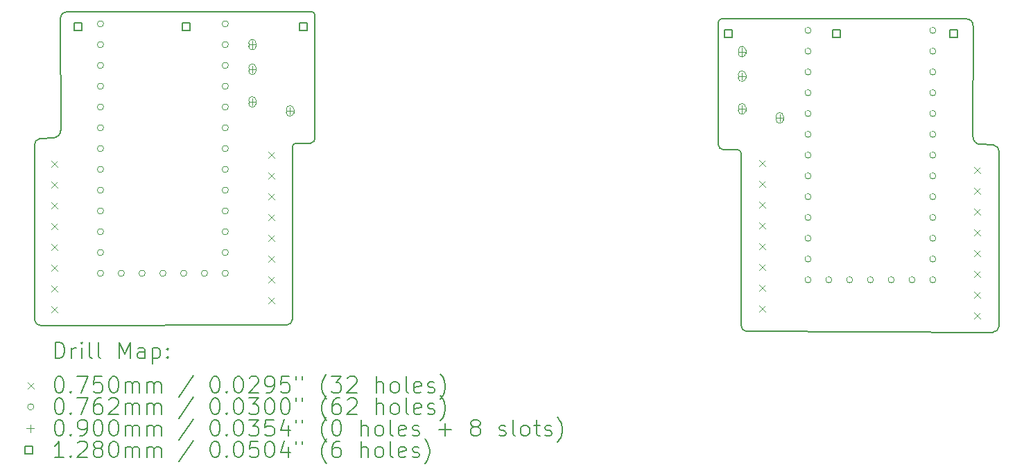
<source format=gbr>
%TF.GenerationSoftware,KiCad,Pcbnew,8.0.7-8.0.7-0~ubuntu24.04.1*%
%TF.CreationDate,2025-01-01T20:03:56-05:00*%
%TF.ProjectId,promicro_rp2040_pcbholder_wiredver,70726f6d-6963-4726-9f5f-727032303430,rev?*%
%TF.SameCoordinates,Original*%
%TF.FileFunction,Drillmap*%
%TF.FilePolarity,Positive*%
%FSLAX45Y45*%
G04 Gerber Fmt 4.5, Leading zero omitted, Abs format (unit mm)*
G04 Created by KiCad (PCBNEW 8.0.7-8.0.7-0~ubuntu24.04.1) date 2025-01-01 20:03:56*
%MOMM*%
%LPD*%
G01*
G04 APERTURE LIST*
%ADD10C,0.150000*%
%ADD11C,0.200000*%
%ADD12C,0.100000*%
%ADD13C,0.128000*%
G04 APERTURE END LIST*
D10*
X20250250Y-11135625D02*
X20250250Y-9005625D01*
X20250250Y-11135625D02*
G75*
G02*
X20170250Y-11215620I-80000J5D01*
G01*
X11620986Y-8945625D02*
G75*
G02*
X11660694Y-8906369I39264J-5D01*
G01*
X11620250Y-11055625D02*
G75*
G02*
X11550250Y-11125630I-70000J-5D01*
G01*
X17099514Y-9025625D02*
X17100250Y-11135625D01*
X8470069Y-8925625D02*
G75*
G02*
X8540692Y-8845631I80622J-5D01*
G01*
X20179809Y-8925625D02*
X20020106Y-8919188D01*
X17170250Y-11205625D02*
X20170250Y-11215625D01*
X11856633Y-7300000D02*
G75*
G02*
X11896320Y-7339688I7J-39680D01*
G01*
X17059806Y-8986363D02*
G75*
G02*
X17099519Y-9025625I444J-39267D01*
G01*
X10759133Y-7300000D02*
X11520381Y-7300000D01*
X19850251Y-7385664D02*
G75*
G02*
X19932135Y-7465000I2499J-79346D01*
G01*
X11550250Y-11125625D02*
X8550250Y-11135625D01*
X16823063Y-7425313D02*
G75*
G02*
X16862750Y-7385622I39678J13D01*
G01*
X8470250Y-11055625D02*
X8470250Y-8925625D01*
X16862750Y-7385625D02*
X17199002Y-7385625D01*
X17960250Y-7385625D02*
X17199002Y-7385625D01*
X20020106Y-8919188D02*
G75*
G02*
X19930255Y-8825625I3784J93558D01*
G01*
X17170250Y-11205625D02*
G75*
G02*
X17100255Y-11135625I0J69995D01*
G01*
X11620986Y-8945625D02*
X11620250Y-11055625D01*
X19932125Y-7465000D02*
X19930250Y-8825625D01*
X11840250Y-8903264D02*
X11660694Y-8906363D01*
X8787258Y-7379375D02*
X8790250Y-8745625D01*
X8790250Y-8745625D02*
G75*
G02*
X8700394Y-8839184I-93640J5D01*
G01*
X19278515Y-7385625D02*
X19397578Y-7385625D01*
X10759133Y-7300000D02*
X9440867Y-7300000D01*
X20179809Y-8925625D02*
G75*
G02*
X20250437Y-9005625I-9999J-80005D01*
G01*
X11856633Y-7300000D02*
X11520381Y-7300000D01*
X16880250Y-8983264D02*
X17059806Y-8986363D01*
X11896741Y-8838111D02*
G75*
G02*
X11840250Y-8902608I-56491J-7509D01*
G01*
X8540691Y-8845625D02*
X8700394Y-8839188D01*
X16880250Y-8983264D02*
G75*
G02*
X16822637Y-8923735I0J57644D01*
G01*
X8869133Y-7300000D02*
X9321805Y-7300000D01*
X8787258Y-7379375D02*
G75*
G02*
X8869132Y-7300037I79382J-5D01*
G01*
X16823063Y-7425313D02*
X16822642Y-8923736D01*
X9440867Y-7300000D02*
X9321805Y-7300000D01*
X17960250Y-7385625D02*
X19278515Y-7385625D01*
X19850250Y-7385625D02*
X19397578Y-7385625D01*
X8550250Y-11135625D02*
G75*
G02*
X8470245Y-11055625I0J80005D01*
G01*
X11896320Y-7339688D02*
X11896741Y-8838111D01*
D11*
D12*
X8672750Y-9118125D02*
X8747750Y-9193125D01*
X8747750Y-9118125D02*
X8672750Y-9193125D01*
X8672750Y-9372125D02*
X8747750Y-9447125D01*
X8747750Y-9372125D02*
X8672750Y-9447125D01*
X8672750Y-9626125D02*
X8747750Y-9701125D01*
X8747750Y-9626125D02*
X8672750Y-9701125D01*
X8672750Y-9880125D02*
X8747750Y-9955125D01*
X8747750Y-9880125D02*
X8672750Y-9955125D01*
X8672750Y-10134125D02*
X8747750Y-10209125D01*
X8747750Y-10134125D02*
X8672750Y-10209125D01*
X8672750Y-10388125D02*
X8747750Y-10463125D01*
X8747750Y-10388125D02*
X8672750Y-10463125D01*
X8672750Y-10642125D02*
X8747750Y-10717125D01*
X8747750Y-10642125D02*
X8672750Y-10717125D01*
X8672750Y-10896125D02*
X8747750Y-10971125D01*
X8747750Y-10896125D02*
X8672750Y-10971125D01*
X11322750Y-9012500D02*
X11397750Y-9087500D01*
X11397750Y-9012500D02*
X11322750Y-9087500D01*
X11322750Y-9266500D02*
X11397750Y-9341500D01*
X11397750Y-9266500D02*
X11322750Y-9341500D01*
X11322750Y-9520500D02*
X11397750Y-9595500D01*
X11397750Y-9520500D02*
X11322750Y-9595500D01*
X11322750Y-9774500D02*
X11397750Y-9849500D01*
X11397750Y-9774500D02*
X11322750Y-9849500D01*
X11322750Y-10028500D02*
X11397750Y-10103500D01*
X11397750Y-10028500D02*
X11322750Y-10103500D01*
X11322750Y-10282500D02*
X11397750Y-10357500D01*
X11397750Y-10282500D02*
X11322750Y-10357500D01*
X11322750Y-10536500D02*
X11397750Y-10611500D01*
X11397750Y-10536500D02*
X11322750Y-10611500D01*
X11322750Y-10790500D02*
X11397750Y-10865500D01*
X11397750Y-10790500D02*
X11322750Y-10865500D01*
X17322750Y-9110125D02*
X17397750Y-9185125D01*
X17397750Y-9110125D02*
X17322750Y-9185125D01*
X17322750Y-9364125D02*
X17397750Y-9439125D01*
X17397750Y-9364125D02*
X17322750Y-9439125D01*
X17322750Y-9618125D02*
X17397750Y-9693125D01*
X17397750Y-9618125D02*
X17322750Y-9693125D01*
X17322750Y-9872125D02*
X17397750Y-9947125D01*
X17397750Y-9872125D02*
X17322750Y-9947125D01*
X17322750Y-10126125D02*
X17397750Y-10201125D01*
X17397750Y-10126125D02*
X17322750Y-10201125D01*
X17322750Y-10380125D02*
X17397750Y-10455125D01*
X17397750Y-10380125D02*
X17322750Y-10455125D01*
X17322750Y-10634125D02*
X17397750Y-10709125D01*
X17397750Y-10634125D02*
X17322750Y-10709125D01*
X17322750Y-10888125D02*
X17397750Y-10963125D01*
X17397750Y-10888125D02*
X17322750Y-10963125D01*
X19947750Y-9193125D02*
X20022750Y-9268125D01*
X20022750Y-9193125D02*
X19947750Y-9268125D01*
X19947750Y-9447125D02*
X20022750Y-9522125D01*
X20022750Y-9447125D02*
X19947750Y-9522125D01*
X19947750Y-9701125D02*
X20022750Y-9776125D01*
X20022750Y-9701125D02*
X19947750Y-9776125D01*
X19947750Y-9955125D02*
X20022750Y-10030125D01*
X20022750Y-9955125D02*
X19947750Y-10030125D01*
X19947750Y-10209125D02*
X20022750Y-10284125D01*
X20022750Y-10209125D02*
X19947750Y-10284125D01*
X19947750Y-10463125D02*
X20022750Y-10538125D01*
X20022750Y-10463125D02*
X19947750Y-10538125D01*
X19947750Y-10717125D02*
X20022750Y-10792125D01*
X20022750Y-10717125D02*
X19947750Y-10792125D01*
X19947750Y-10971125D02*
X20022750Y-11046125D01*
X20022750Y-10971125D02*
X19947750Y-11046125D01*
X9314100Y-7446000D02*
G75*
G02*
X9237900Y-7446000I-38100J0D01*
G01*
X9237900Y-7446000D02*
G75*
G02*
X9314100Y-7446000I38100J0D01*
G01*
X9314100Y-7700000D02*
G75*
G02*
X9237900Y-7700000I-38100J0D01*
G01*
X9237900Y-7700000D02*
G75*
G02*
X9314100Y-7700000I38100J0D01*
G01*
X9314100Y-7954000D02*
G75*
G02*
X9237900Y-7954000I-38100J0D01*
G01*
X9237900Y-7954000D02*
G75*
G02*
X9314100Y-7954000I38100J0D01*
G01*
X9314100Y-8208000D02*
G75*
G02*
X9237900Y-8208000I-38100J0D01*
G01*
X9237900Y-8208000D02*
G75*
G02*
X9314100Y-8208000I38100J0D01*
G01*
X9314100Y-8462000D02*
G75*
G02*
X9237900Y-8462000I-38100J0D01*
G01*
X9237900Y-8462000D02*
G75*
G02*
X9314100Y-8462000I38100J0D01*
G01*
X9314100Y-8716000D02*
G75*
G02*
X9237900Y-8716000I-38100J0D01*
G01*
X9237900Y-8716000D02*
G75*
G02*
X9314100Y-8716000I38100J0D01*
G01*
X9314100Y-8970000D02*
G75*
G02*
X9237900Y-8970000I-38100J0D01*
G01*
X9237900Y-8970000D02*
G75*
G02*
X9314100Y-8970000I38100J0D01*
G01*
X9314100Y-9224000D02*
G75*
G02*
X9237900Y-9224000I-38100J0D01*
G01*
X9237900Y-9224000D02*
G75*
G02*
X9314100Y-9224000I38100J0D01*
G01*
X9314100Y-9478000D02*
G75*
G02*
X9237900Y-9478000I-38100J0D01*
G01*
X9237900Y-9478000D02*
G75*
G02*
X9314100Y-9478000I38100J0D01*
G01*
X9314100Y-9732000D02*
G75*
G02*
X9237900Y-9732000I-38100J0D01*
G01*
X9237900Y-9732000D02*
G75*
G02*
X9314100Y-9732000I38100J0D01*
G01*
X9314100Y-9986000D02*
G75*
G02*
X9237900Y-9986000I-38100J0D01*
G01*
X9237900Y-9986000D02*
G75*
G02*
X9314100Y-9986000I38100J0D01*
G01*
X9314100Y-10240000D02*
G75*
G02*
X9237900Y-10240000I-38100J0D01*
G01*
X9237900Y-10240000D02*
G75*
G02*
X9314100Y-10240000I38100J0D01*
G01*
X9314100Y-10494000D02*
G75*
G02*
X9237900Y-10494000I-38100J0D01*
G01*
X9237900Y-10494000D02*
G75*
G02*
X9314100Y-10494000I38100J0D01*
G01*
X9568100Y-10494000D02*
G75*
G02*
X9491900Y-10494000I-38100J0D01*
G01*
X9491900Y-10494000D02*
G75*
G02*
X9568100Y-10494000I38100J0D01*
G01*
X9822100Y-10494000D02*
G75*
G02*
X9745900Y-10494000I-38100J0D01*
G01*
X9745900Y-10494000D02*
G75*
G02*
X9822100Y-10494000I38100J0D01*
G01*
X10076100Y-10494000D02*
G75*
G02*
X9999900Y-10494000I-38100J0D01*
G01*
X9999900Y-10494000D02*
G75*
G02*
X10076100Y-10494000I38100J0D01*
G01*
X10330100Y-10494000D02*
G75*
G02*
X10253900Y-10494000I-38100J0D01*
G01*
X10253900Y-10494000D02*
G75*
G02*
X10330100Y-10494000I38100J0D01*
G01*
X10584100Y-10494000D02*
G75*
G02*
X10507900Y-10494000I-38100J0D01*
G01*
X10507900Y-10494000D02*
G75*
G02*
X10584100Y-10494000I38100J0D01*
G01*
X10838100Y-7446000D02*
G75*
G02*
X10761900Y-7446000I-38100J0D01*
G01*
X10761900Y-7446000D02*
G75*
G02*
X10838100Y-7446000I38100J0D01*
G01*
X10838100Y-7700000D02*
G75*
G02*
X10761900Y-7700000I-38100J0D01*
G01*
X10761900Y-7700000D02*
G75*
G02*
X10838100Y-7700000I38100J0D01*
G01*
X10838100Y-7954000D02*
G75*
G02*
X10761900Y-7954000I-38100J0D01*
G01*
X10761900Y-7954000D02*
G75*
G02*
X10838100Y-7954000I38100J0D01*
G01*
X10838100Y-8208000D02*
G75*
G02*
X10761900Y-8208000I-38100J0D01*
G01*
X10761900Y-8208000D02*
G75*
G02*
X10838100Y-8208000I38100J0D01*
G01*
X10838100Y-8462000D02*
G75*
G02*
X10761900Y-8462000I-38100J0D01*
G01*
X10761900Y-8462000D02*
G75*
G02*
X10838100Y-8462000I38100J0D01*
G01*
X10838100Y-8716000D02*
G75*
G02*
X10761900Y-8716000I-38100J0D01*
G01*
X10761900Y-8716000D02*
G75*
G02*
X10838100Y-8716000I38100J0D01*
G01*
X10838100Y-8970000D02*
G75*
G02*
X10761900Y-8970000I-38100J0D01*
G01*
X10761900Y-8970000D02*
G75*
G02*
X10838100Y-8970000I38100J0D01*
G01*
X10838100Y-9224000D02*
G75*
G02*
X10761900Y-9224000I-38100J0D01*
G01*
X10761900Y-9224000D02*
G75*
G02*
X10838100Y-9224000I38100J0D01*
G01*
X10838100Y-9478000D02*
G75*
G02*
X10761900Y-9478000I-38100J0D01*
G01*
X10761900Y-9478000D02*
G75*
G02*
X10838100Y-9478000I38100J0D01*
G01*
X10838100Y-9732000D02*
G75*
G02*
X10761900Y-9732000I-38100J0D01*
G01*
X10761900Y-9732000D02*
G75*
G02*
X10838100Y-9732000I38100J0D01*
G01*
X10838100Y-9986000D02*
G75*
G02*
X10761900Y-9986000I-38100J0D01*
G01*
X10761900Y-9986000D02*
G75*
G02*
X10838100Y-9986000I38100J0D01*
G01*
X10838100Y-10240000D02*
G75*
G02*
X10761900Y-10240000I-38100J0D01*
G01*
X10761900Y-10240000D02*
G75*
G02*
X10838100Y-10240000I38100J0D01*
G01*
X10838100Y-10494000D02*
G75*
G02*
X10761900Y-10494000I-38100J0D01*
G01*
X10761900Y-10494000D02*
G75*
G02*
X10838100Y-10494000I38100J0D01*
G01*
X17954350Y-7525625D02*
G75*
G02*
X17878150Y-7525625I-38100J0D01*
G01*
X17878150Y-7525625D02*
G75*
G02*
X17954350Y-7525625I38100J0D01*
G01*
X17954350Y-7779625D02*
G75*
G02*
X17878150Y-7779625I-38100J0D01*
G01*
X17878150Y-7779625D02*
G75*
G02*
X17954350Y-7779625I38100J0D01*
G01*
X17954350Y-8033625D02*
G75*
G02*
X17878150Y-8033625I-38100J0D01*
G01*
X17878150Y-8033625D02*
G75*
G02*
X17954350Y-8033625I38100J0D01*
G01*
X17954350Y-8287625D02*
G75*
G02*
X17878150Y-8287625I-38100J0D01*
G01*
X17878150Y-8287625D02*
G75*
G02*
X17954350Y-8287625I38100J0D01*
G01*
X17954350Y-8541625D02*
G75*
G02*
X17878150Y-8541625I-38100J0D01*
G01*
X17878150Y-8541625D02*
G75*
G02*
X17954350Y-8541625I38100J0D01*
G01*
X17954350Y-8795625D02*
G75*
G02*
X17878150Y-8795625I-38100J0D01*
G01*
X17878150Y-8795625D02*
G75*
G02*
X17954350Y-8795625I38100J0D01*
G01*
X17954350Y-9049625D02*
G75*
G02*
X17878150Y-9049625I-38100J0D01*
G01*
X17878150Y-9049625D02*
G75*
G02*
X17954350Y-9049625I38100J0D01*
G01*
X17954350Y-9303625D02*
G75*
G02*
X17878150Y-9303625I-38100J0D01*
G01*
X17878150Y-9303625D02*
G75*
G02*
X17954350Y-9303625I38100J0D01*
G01*
X17954350Y-9557625D02*
G75*
G02*
X17878150Y-9557625I-38100J0D01*
G01*
X17878150Y-9557625D02*
G75*
G02*
X17954350Y-9557625I38100J0D01*
G01*
X17954350Y-9811625D02*
G75*
G02*
X17878150Y-9811625I-38100J0D01*
G01*
X17878150Y-9811625D02*
G75*
G02*
X17954350Y-9811625I38100J0D01*
G01*
X17954350Y-10065625D02*
G75*
G02*
X17878150Y-10065625I-38100J0D01*
G01*
X17878150Y-10065625D02*
G75*
G02*
X17954350Y-10065625I38100J0D01*
G01*
X17954350Y-10319625D02*
G75*
G02*
X17878150Y-10319625I-38100J0D01*
G01*
X17878150Y-10319625D02*
G75*
G02*
X17954350Y-10319625I38100J0D01*
G01*
X17954350Y-10573625D02*
G75*
G02*
X17878150Y-10573625I-38100J0D01*
G01*
X17878150Y-10573625D02*
G75*
G02*
X17954350Y-10573625I38100J0D01*
G01*
X18208350Y-10573625D02*
G75*
G02*
X18132150Y-10573625I-38100J0D01*
G01*
X18132150Y-10573625D02*
G75*
G02*
X18208350Y-10573625I38100J0D01*
G01*
X18462350Y-10573625D02*
G75*
G02*
X18386150Y-10573625I-38100J0D01*
G01*
X18386150Y-10573625D02*
G75*
G02*
X18462350Y-10573625I38100J0D01*
G01*
X18716350Y-10573625D02*
G75*
G02*
X18640150Y-10573625I-38100J0D01*
G01*
X18640150Y-10573625D02*
G75*
G02*
X18716350Y-10573625I38100J0D01*
G01*
X18970350Y-10573625D02*
G75*
G02*
X18894150Y-10573625I-38100J0D01*
G01*
X18894150Y-10573625D02*
G75*
G02*
X18970350Y-10573625I38100J0D01*
G01*
X19224350Y-10573625D02*
G75*
G02*
X19148150Y-10573625I-38100J0D01*
G01*
X19148150Y-10573625D02*
G75*
G02*
X19224350Y-10573625I38100J0D01*
G01*
X19478350Y-7525625D02*
G75*
G02*
X19402150Y-7525625I-38100J0D01*
G01*
X19402150Y-7525625D02*
G75*
G02*
X19478350Y-7525625I38100J0D01*
G01*
X19478350Y-7779625D02*
G75*
G02*
X19402150Y-7779625I-38100J0D01*
G01*
X19402150Y-7779625D02*
G75*
G02*
X19478350Y-7779625I38100J0D01*
G01*
X19478350Y-8033625D02*
G75*
G02*
X19402150Y-8033625I-38100J0D01*
G01*
X19402150Y-8033625D02*
G75*
G02*
X19478350Y-8033625I38100J0D01*
G01*
X19478350Y-8287625D02*
G75*
G02*
X19402150Y-8287625I-38100J0D01*
G01*
X19402150Y-8287625D02*
G75*
G02*
X19478350Y-8287625I38100J0D01*
G01*
X19478350Y-8541625D02*
G75*
G02*
X19402150Y-8541625I-38100J0D01*
G01*
X19402150Y-8541625D02*
G75*
G02*
X19478350Y-8541625I38100J0D01*
G01*
X19478350Y-8795625D02*
G75*
G02*
X19402150Y-8795625I-38100J0D01*
G01*
X19402150Y-8795625D02*
G75*
G02*
X19478350Y-8795625I38100J0D01*
G01*
X19478350Y-9049625D02*
G75*
G02*
X19402150Y-9049625I-38100J0D01*
G01*
X19402150Y-9049625D02*
G75*
G02*
X19478350Y-9049625I38100J0D01*
G01*
X19478350Y-9303625D02*
G75*
G02*
X19402150Y-9303625I-38100J0D01*
G01*
X19402150Y-9303625D02*
G75*
G02*
X19478350Y-9303625I38100J0D01*
G01*
X19478350Y-9557625D02*
G75*
G02*
X19402150Y-9557625I-38100J0D01*
G01*
X19402150Y-9557625D02*
G75*
G02*
X19478350Y-9557625I38100J0D01*
G01*
X19478350Y-9811625D02*
G75*
G02*
X19402150Y-9811625I-38100J0D01*
G01*
X19402150Y-9811625D02*
G75*
G02*
X19478350Y-9811625I38100J0D01*
G01*
X19478350Y-10065625D02*
G75*
G02*
X19402150Y-10065625I-38100J0D01*
G01*
X19402150Y-10065625D02*
G75*
G02*
X19478350Y-10065625I38100J0D01*
G01*
X19478350Y-10319625D02*
G75*
G02*
X19402150Y-10319625I-38100J0D01*
G01*
X19402150Y-10319625D02*
G75*
G02*
X19478350Y-10319625I38100J0D01*
G01*
X19478350Y-10573625D02*
G75*
G02*
X19402150Y-10573625I-38100J0D01*
G01*
X19402150Y-10573625D02*
G75*
G02*
X19478350Y-10573625I38100J0D01*
G01*
X11130250Y-7655625D02*
X11130250Y-7745625D01*
X11085250Y-7700625D02*
X11175250Y-7700625D01*
X11175250Y-7720625D02*
X11175250Y-7680625D01*
X11085250Y-7680625D02*
G75*
G02*
X11175250Y-7680625I45000J0D01*
G01*
X11085250Y-7680625D02*
X11085250Y-7720625D01*
X11085250Y-7720625D02*
G75*
G03*
X11175250Y-7720625I45000J0D01*
G01*
X11130250Y-7955625D02*
X11130250Y-8045625D01*
X11085250Y-8000625D02*
X11175250Y-8000625D01*
X11175250Y-8020625D02*
X11175250Y-7980625D01*
X11085250Y-7980625D02*
G75*
G02*
X11175250Y-7980625I45000J0D01*
G01*
X11085250Y-7980625D02*
X11085250Y-8020625D01*
X11085250Y-8020625D02*
G75*
G03*
X11175250Y-8020625I45000J0D01*
G01*
X11130250Y-8355625D02*
X11130250Y-8445625D01*
X11085250Y-8400625D02*
X11175250Y-8400625D01*
X11175250Y-8420625D02*
X11175250Y-8380625D01*
X11085250Y-8380625D02*
G75*
G02*
X11175250Y-8380625I45000J0D01*
G01*
X11085250Y-8380625D02*
X11085250Y-8420625D01*
X11085250Y-8420625D02*
G75*
G03*
X11175250Y-8420625I45000J0D01*
G01*
X11590250Y-8465625D02*
X11590250Y-8555625D01*
X11545250Y-8510625D02*
X11635250Y-8510625D01*
X11635250Y-8530625D02*
X11635250Y-8490625D01*
X11545250Y-8490625D02*
G75*
G02*
X11635250Y-8490625I45000J0D01*
G01*
X11545250Y-8490625D02*
X11545250Y-8530625D01*
X11545250Y-8530625D02*
G75*
G03*
X11635250Y-8530625I45000J0D01*
G01*
X17110250Y-7740625D02*
X17110250Y-7830625D01*
X17065250Y-7785625D02*
X17155250Y-7785625D01*
X17155250Y-7805625D02*
X17155250Y-7765625D01*
X17065250Y-7765625D02*
G75*
G02*
X17155250Y-7765625I45000J0D01*
G01*
X17065250Y-7765625D02*
X17065250Y-7805625D01*
X17065250Y-7805625D02*
G75*
G03*
X17155250Y-7805625I45000J0D01*
G01*
X17110250Y-8040625D02*
X17110250Y-8130625D01*
X17065250Y-8085625D02*
X17155250Y-8085625D01*
X17155250Y-8105625D02*
X17155250Y-8065625D01*
X17065250Y-8065625D02*
G75*
G02*
X17155250Y-8065625I45000J0D01*
G01*
X17065250Y-8065625D02*
X17065250Y-8105625D01*
X17065250Y-8105625D02*
G75*
G03*
X17155250Y-8105625I45000J0D01*
G01*
X17110250Y-8440625D02*
X17110250Y-8530625D01*
X17065250Y-8485625D02*
X17155250Y-8485625D01*
X17155250Y-8505625D02*
X17155250Y-8465625D01*
X17065250Y-8465625D02*
G75*
G02*
X17155250Y-8465625I45000J0D01*
G01*
X17065250Y-8465625D02*
X17065250Y-8505625D01*
X17065250Y-8505625D02*
G75*
G03*
X17155250Y-8505625I45000J0D01*
G01*
X17570250Y-8550625D02*
X17570250Y-8640625D01*
X17525250Y-8595625D02*
X17615250Y-8595625D01*
X17615250Y-8615625D02*
X17615250Y-8575625D01*
X17525250Y-8575625D02*
G75*
G02*
X17615250Y-8575625I45000J0D01*
G01*
X17525250Y-8575625D02*
X17525250Y-8615625D01*
X17525250Y-8615625D02*
G75*
G03*
X17615250Y-8615625I45000J0D01*
G01*
D13*
X9045638Y-7523838D02*
X9045638Y-7433328D01*
X8955127Y-7433328D01*
X8955127Y-7523838D01*
X9045638Y-7523838D01*
X10366888Y-7523838D02*
X10366888Y-7433328D01*
X10276377Y-7433328D01*
X10276377Y-7523838D01*
X10366888Y-7523838D01*
X11795638Y-7523838D02*
X11795638Y-7433328D01*
X11705127Y-7433328D01*
X11705127Y-7523838D01*
X11795638Y-7523838D01*
X16990505Y-7609463D02*
X16990505Y-7518953D01*
X16899995Y-7518953D01*
X16899995Y-7609463D01*
X16990505Y-7609463D01*
X18311755Y-7609463D02*
X18311755Y-7518953D01*
X18221245Y-7518953D01*
X18221245Y-7609463D01*
X18311755Y-7609463D01*
X19740505Y-7609463D02*
X19740505Y-7518953D01*
X19649995Y-7518953D01*
X19649995Y-7609463D01*
X19740505Y-7609463D01*
D11*
X8723345Y-11534609D02*
X8723345Y-11334609D01*
X8723345Y-11334609D02*
X8770964Y-11334609D01*
X8770964Y-11334609D02*
X8799536Y-11344133D01*
X8799536Y-11344133D02*
X8818583Y-11363180D01*
X8818583Y-11363180D02*
X8828107Y-11382228D01*
X8828107Y-11382228D02*
X8837631Y-11420323D01*
X8837631Y-11420323D02*
X8837631Y-11448894D01*
X8837631Y-11448894D02*
X8828107Y-11486990D01*
X8828107Y-11486990D02*
X8818583Y-11506037D01*
X8818583Y-11506037D02*
X8799536Y-11525085D01*
X8799536Y-11525085D02*
X8770964Y-11534609D01*
X8770964Y-11534609D02*
X8723345Y-11534609D01*
X8923345Y-11534609D02*
X8923345Y-11401275D01*
X8923345Y-11439371D02*
X8932869Y-11420323D01*
X8932869Y-11420323D02*
X8942393Y-11410799D01*
X8942393Y-11410799D02*
X8961441Y-11401275D01*
X8961441Y-11401275D02*
X8980488Y-11401275D01*
X9047155Y-11534609D02*
X9047155Y-11401275D01*
X9047155Y-11334609D02*
X9037631Y-11344133D01*
X9037631Y-11344133D02*
X9047155Y-11353656D01*
X9047155Y-11353656D02*
X9056679Y-11344133D01*
X9056679Y-11344133D02*
X9047155Y-11334609D01*
X9047155Y-11334609D02*
X9047155Y-11353656D01*
X9170964Y-11534609D02*
X9151917Y-11525085D01*
X9151917Y-11525085D02*
X9142393Y-11506037D01*
X9142393Y-11506037D02*
X9142393Y-11334609D01*
X9275726Y-11534609D02*
X9256679Y-11525085D01*
X9256679Y-11525085D02*
X9247155Y-11506037D01*
X9247155Y-11506037D02*
X9247155Y-11334609D01*
X9504298Y-11534609D02*
X9504298Y-11334609D01*
X9504298Y-11334609D02*
X9570964Y-11477466D01*
X9570964Y-11477466D02*
X9637631Y-11334609D01*
X9637631Y-11334609D02*
X9637631Y-11534609D01*
X9818583Y-11534609D02*
X9818583Y-11429847D01*
X9818583Y-11429847D02*
X9809060Y-11410799D01*
X9809060Y-11410799D02*
X9790012Y-11401275D01*
X9790012Y-11401275D02*
X9751917Y-11401275D01*
X9751917Y-11401275D02*
X9732869Y-11410799D01*
X9818583Y-11525085D02*
X9799536Y-11534609D01*
X9799536Y-11534609D02*
X9751917Y-11534609D01*
X9751917Y-11534609D02*
X9732869Y-11525085D01*
X9732869Y-11525085D02*
X9723345Y-11506037D01*
X9723345Y-11506037D02*
X9723345Y-11486990D01*
X9723345Y-11486990D02*
X9732869Y-11467942D01*
X9732869Y-11467942D02*
X9751917Y-11458418D01*
X9751917Y-11458418D02*
X9799536Y-11458418D01*
X9799536Y-11458418D02*
X9818583Y-11448894D01*
X9913822Y-11401275D02*
X9913822Y-11601275D01*
X9913822Y-11410799D02*
X9932869Y-11401275D01*
X9932869Y-11401275D02*
X9970964Y-11401275D01*
X9970964Y-11401275D02*
X9990012Y-11410799D01*
X9990012Y-11410799D02*
X9999536Y-11420323D01*
X9999536Y-11420323D02*
X10009060Y-11439371D01*
X10009060Y-11439371D02*
X10009060Y-11496513D01*
X10009060Y-11496513D02*
X9999536Y-11515561D01*
X9999536Y-11515561D02*
X9990012Y-11525085D01*
X9990012Y-11525085D02*
X9970964Y-11534609D01*
X9970964Y-11534609D02*
X9932869Y-11534609D01*
X9932869Y-11534609D02*
X9913822Y-11525085D01*
X10094774Y-11515561D02*
X10104298Y-11525085D01*
X10104298Y-11525085D02*
X10094774Y-11534609D01*
X10094774Y-11534609D02*
X10085250Y-11525085D01*
X10085250Y-11525085D02*
X10094774Y-11515561D01*
X10094774Y-11515561D02*
X10094774Y-11534609D01*
X10094774Y-11410799D02*
X10104298Y-11420323D01*
X10104298Y-11420323D02*
X10094774Y-11429847D01*
X10094774Y-11429847D02*
X10085250Y-11420323D01*
X10085250Y-11420323D02*
X10094774Y-11410799D01*
X10094774Y-11410799D02*
X10094774Y-11429847D01*
D12*
X8387568Y-11825625D02*
X8462569Y-11900625D01*
X8462569Y-11825625D02*
X8387568Y-11900625D01*
D11*
X8761441Y-11754609D02*
X8780488Y-11754609D01*
X8780488Y-11754609D02*
X8799536Y-11764133D01*
X8799536Y-11764133D02*
X8809060Y-11773656D01*
X8809060Y-11773656D02*
X8818583Y-11792704D01*
X8818583Y-11792704D02*
X8828107Y-11830799D01*
X8828107Y-11830799D02*
X8828107Y-11878418D01*
X8828107Y-11878418D02*
X8818583Y-11916513D01*
X8818583Y-11916513D02*
X8809060Y-11935561D01*
X8809060Y-11935561D02*
X8799536Y-11945085D01*
X8799536Y-11945085D02*
X8780488Y-11954609D01*
X8780488Y-11954609D02*
X8761441Y-11954609D01*
X8761441Y-11954609D02*
X8742393Y-11945085D01*
X8742393Y-11945085D02*
X8732869Y-11935561D01*
X8732869Y-11935561D02*
X8723345Y-11916513D01*
X8723345Y-11916513D02*
X8713822Y-11878418D01*
X8713822Y-11878418D02*
X8713822Y-11830799D01*
X8713822Y-11830799D02*
X8723345Y-11792704D01*
X8723345Y-11792704D02*
X8732869Y-11773656D01*
X8732869Y-11773656D02*
X8742393Y-11764133D01*
X8742393Y-11764133D02*
X8761441Y-11754609D01*
X8913822Y-11935561D02*
X8923345Y-11945085D01*
X8923345Y-11945085D02*
X8913822Y-11954609D01*
X8913822Y-11954609D02*
X8904298Y-11945085D01*
X8904298Y-11945085D02*
X8913822Y-11935561D01*
X8913822Y-11935561D02*
X8913822Y-11954609D01*
X8990012Y-11754609D02*
X9123345Y-11754609D01*
X9123345Y-11754609D02*
X9037631Y-11954609D01*
X9294774Y-11754609D02*
X9199536Y-11754609D01*
X9199536Y-11754609D02*
X9190012Y-11849847D01*
X9190012Y-11849847D02*
X9199536Y-11840323D01*
X9199536Y-11840323D02*
X9218583Y-11830799D01*
X9218583Y-11830799D02*
X9266203Y-11830799D01*
X9266203Y-11830799D02*
X9285250Y-11840323D01*
X9285250Y-11840323D02*
X9294774Y-11849847D01*
X9294774Y-11849847D02*
X9304298Y-11868894D01*
X9304298Y-11868894D02*
X9304298Y-11916513D01*
X9304298Y-11916513D02*
X9294774Y-11935561D01*
X9294774Y-11935561D02*
X9285250Y-11945085D01*
X9285250Y-11945085D02*
X9266203Y-11954609D01*
X9266203Y-11954609D02*
X9218583Y-11954609D01*
X9218583Y-11954609D02*
X9199536Y-11945085D01*
X9199536Y-11945085D02*
X9190012Y-11935561D01*
X9428107Y-11754609D02*
X9447155Y-11754609D01*
X9447155Y-11754609D02*
X9466203Y-11764133D01*
X9466203Y-11764133D02*
X9475726Y-11773656D01*
X9475726Y-11773656D02*
X9485250Y-11792704D01*
X9485250Y-11792704D02*
X9494774Y-11830799D01*
X9494774Y-11830799D02*
X9494774Y-11878418D01*
X9494774Y-11878418D02*
X9485250Y-11916513D01*
X9485250Y-11916513D02*
X9475726Y-11935561D01*
X9475726Y-11935561D02*
X9466203Y-11945085D01*
X9466203Y-11945085D02*
X9447155Y-11954609D01*
X9447155Y-11954609D02*
X9428107Y-11954609D01*
X9428107Y-11954609D02*
X9409060Y-11945085D01*
X9409060Y-11945085D02*
X9399536Y-11935561D01*
X9399536Y-11935561D02*
X9390012Y-11916513D01*
X9390012Y-11916513D02*
X9380488Y-11878418D01*
X9380488Y-11878418D02*
X9380488Y-11830799D01*
X9380488Y-11830799D02*
X9390012Y-11792704D01*
X9390012Y-11792704D02*
X9399536Y-11773656D01*
X9399536Y-11773656D02*
X9409060Y-11764133D01*
X9409060Y-11764133D02*
X9428107Y-11754609D01*
X9580488Y-11954609D02*
X9580488Y-11821275D01*
X9580488Y-11840323D02*
X9590012Y-11830799D01*
X9590012Y-11830799D02*
X9609060Y-11821275D01*
X9609060Y-11821275D02*
X9637631Y-11821275D01*
X9637631Y-11821275D02*
X9656679Y-11830799D01*
X9656679Y-11830799D02*
X9666203Y-11849847D01*
X9666203Y-11849847D02*
X9666203Y-11954609D01*
X9666203Y-11849847D02*
X9675726Y-11830799D01*
X9675726Y-11830799D02*
X9694774Y-11821275D01*
X9694774Y-11821275D02*
X9723345Y-11821275D01*
X9723345Y-11821275D02*
X9742393Y-11830799D01*
X9742393Y-11830799D02*
X9751917Y-11849847D01*
X9751917Y-11849847D02*
X9751917Y-11954609D01*
X9847155Y-11954609D02*
X9847155Y-11821275D01*
X9847155Y-11840323D02*
X9856679Y-11830799D01*
X9856679Y-11830799D02*
X9875726Y-11821275D01*
X9875726Y-11821275D02*
X9904298Y-11821275D01*
X9904298Y-11821275D02*
X9923345Y-11830799D01*
X9923345Y-11830799D02*
X9932869Y-11849847D01*
X9932869Y-11849847D02*
X9932869Y-11954609D01*
X9932869Y-11849847D02*
X9942393Y-11830799D01*
X9942393Y-11830799D02*
X9961441Y-11821275D01*
X9961441Y-11821275D02*
X9990012Y-11821275D01*
X9990012Y-11821275D02*
X10009060Y-11830799D01*
X10009060Y-11830799D02*
X10018584Y-11849847D01*
X10018584Y-11849847D02*
X10018584Y-11954609D01*
X10409060Y-11745085D02*
X10237631Y-12002228D01*
X10666203Y-11754609D02*
X10685250Y-11754609D01*
X10685250Y-11754609D02*
X10704298Y-11764133D01*
X10704298Y-11764133D02*
X10713822Y-11773656D01*
X10713822Y-11773656D02*
X10723346Y-11792704D01*
X10723346Y-11792704D02*
X10732869Y-11830799D01*
X10732869Y-11830799D02*
X10732869Y-11878418D01*
X10732869Y-11878418D02*
X10723346Y-11916513D01*
X10723346Y-11916513D02*
X10713822Y-11935561D01*
X10713822Y-11935561D02*
X10704298Y-11945085D01*
X10704298Y-11945085D02*
X10685250Y-11954609D01*
X10685250Y-11954609D02*
X10666203Y-11954609D01*
X10666203Y-11954609D02*
X10647155Y-11945085D01*
X10647155Y-11945085D02*
X10637631Y-11935561D01*
X10637631Y-11935561D02*
X10628107Y-11916513D01*
X10628107Y-11916513D02*
X10618584Y-11878418D01*
X10618584Y-11878418D02*
X10618584Y-11830799D01*
X10618584Y-11830799D02*
X10628107Y-11792704D01*
X10628107Y-11792704D02*
X10637631Y-11773656D01*
X10637631Y-11773656D02*
X10647155Y-11764133D01*
X10647155Y-11764133D02*
X10666203Y-11754609D01*
X10818584Y-11935561D02*
X10828107Y-11945085D01*
X10828107Y-11945085D02*
X10818584Y-11954609D01*
X10818584Y-11954609D02*
X10809060Y-11945085D01*
X10809060Y-11945085D02*
X10818584Y-11935561D01*
X10818584Y-11935561D02*
X10818584Y-11954609D01*
X10951917Y-11754609D02*
X10970965Y-11754609D01*
X10970965Y-11754609D02*
X10990012Y-11764133D01*
X10990012Y-11764133D02*
X10999536Y-11773656D01*
X10999536Y-11773656D02*
X11009060Y-11792704D01*
X11009060Y-11792704D02*
X11018584Y-11830799D01*
X11018584Y-11830799D02*
X11018584Y-11878418D01*
X11018584Y-11878418D02*
X11009060Y-11916513D01*
X11009060Y-11916513D02*
X10999536Y-11935561D01*
X10999536Y-11935561D02*
X10990012Y-11945085D01*
X10990012Y-11945085D02*
X10970965Y-11954609D01*
X10970965Y-11954609D02*
X10951917Y-11954609D01*
X10951917Y-11954609D02*
X10932869Y-11945085D01*
X10932869Y-11945085D02*
X10923346Y-11935561D01*
X10923346Y-11935561D02*
X10913822Y-11916513D01*
X10913822Y-11916513D02*
X10904298Y-11878418D01*
X10904298Y-11878418D02*
X10904298Y-11830799D01*
X10904298Y-11830799D02*
X10913822Y-11792704D01*
X10913822Y-11792704D02*
X10923346Y-11773656D01*
X10923346Y-11773656D02*
X10932869Y-11764133D01*
X10932869Y-11764133D02*
X10951917Y-11754609D01*
X11094774Y-11773656D02*
X11104298Y-11764133D01*
X11104298Y-11764133D02*
X11123346Y-11754609D01*
X11123346Y-11754609D02*
X11170965Y-11754609D01*
X11170965Y-11754609D02*
X11190012Y-11764133D01*
X11190012Y-11764133D02*
X11199536Y-11773656D01*
X11199536Y-11773656D02*
X11209060Y-11792704D01*
X11209060Y-11792704D02*
X11209060Y-11811752D01*
X11209060Y-11811752D02*
X11199536Y-11840323D01*
X11199536Y-11840323D02*
X11085250Y-11954609D01*
X11085250Y-11954609D02*
X11209060Y-11954609D01*
X11304298Y-11954609D02*
X11342393Y-11954609D01*
X11342393Y-11954609D02*
X11361441Y-11945085D01*
X11361441Y-11945085D02*
X11370965Y-11935561D01*
X11370965Y-11935561D02*
X11390012Y-11906990D01*
X11390012Y-11906990D02*
X11399536Y-11868894D01*
X11399536Y-11868894D02*
X11399536Y-11792704D01*
X11399536Y-11792704D02*
X11390012Y-11773656D01*
X11390012Y-11773656D02*
X11380488Y-11764133D01*
X11380488Y-11764133D02*
X11361441Y-11754609D01*
X11361441Y-11754609D02*
X11323345Y-11754609D01*
X11323345Y-11754609D02*
X11304298Y-11764133D01*
X11304298Y-11764133D02*
X11294774Y-11773656D01*
X11294774Y-11773656D02*
X11285250Y-11792704D01*
X11285250Y-11792704D02*
X11285250Y-11840323D01*
X11285250Y-11840323D02*
X11294774Y-11859371D01*
X11294774Y-11859371D02*
X11304298Y-11868894D01*
X11304298Y-11868894D02*
X11323345Y-11878418D01*
X11323345Y-11878418D02*
X11361441Y-11878418D01*
X11361441Y-11878418D02*
X11380488Y-11868894D01*
X11380488Y-11868894D02*
X11390012Y-11859371D01*
X11390012Y-11859371D02*
X11399536Y-11840323D01*
X11580488Y-11754609D02*
X11485250Y-11754609D01*
X11485250Y-11754609D02*
X11475726Y-11849847D01*
X11475726Y-11849847D02*
X11485250Y-11840323D01*
X11485250Y-11840323D02*
X11504298Y-11830799D01*
X11504298Y-11830799D02*
X11551917Y-11830799D01*
X11551917Y-11830799D02*
X11570965Y-11840323D01*
X11570965Y-11840323D02*
X11580488Y-11849847D01*
X11580488Y-11849847D02*
X11590012Y-11868894D01*
X11590012Y-11868894D02*
X11590012Y-11916513D01*
X11590012Y-11916513D02*
X11580488Y-11935561D01*
X11580488Y-11935561D02*
X11570965Y-11945085D01*
X11570965Y-11945085D02*
X11551917Y-11954609D01*
X11551917Y-11954609D02*
X11504298Y-11954609D01*
X11504298Y-11954609D02*
X11485250Y-11945085D01*
X11485250Y-11945085D02*
X11475726Y-11935561D01*
X11666203Y-11754609D02*
X11666203Y-11792704D01*
X11742393Y-11754609D02*
X11742393Y-11792704D01*
X12037631Y-12030799D02*
X12028107Y-12021275D01*
X12028107Y-12021275D02*
X12009060Y-11992704D01*
X12009060Y-11992704D02*
X11999536Y-11973656D01*
X11999536Y-11973656D02*
X11990012Y-11945085D01*
X11990012Y-11945085D02*
X11980488Y-11897466D01*
X11980488Y-11897466D02*
X11980488Y-11859371D01*
X11980488Y-11859371D02*
X11990012Y-11811752D01*
X11990012Y-11811752D02*
X11999536Y-11783180D01*
X11999536Y-11783180D02*
X12009060Y-11764133D01*
X12009060Y-11764133D02*
X12028107Y-11735561D01*
X12028107Y-11735561D02*
X12037631Y-11726037D01*
X12094774Y-11754609D02*
X12218584Y-11754609D01*
X12218584Y-11754609D02*
X12151917Y-11830799D01*
X12151917Y-11830799D02*
X12180488Y-11830799D01*
X12180488Y-11830799D02*
X12199536Y-11840323D01*
X12199536Y-11840323D02*
X12209060Y-11849847D01*
X12209060Y-11849847D02*
X12218584Y-11868894D01*
X12218584Y-11868894D02*
X12218584Y-11916513D01*
X12218584Y-11916513D02*
X12209060Y-11935561D01*
X12209060Y-11935561D02*
X12199536Y-11945085D01*
X12199536Y-11945085D02*
X12180488Y-11954609D01*
X12180488Y-11954609D02*
X12123346Y-11954609D01*
X12123346Y-11954609D02*
X12104298Y-11945085D01*
X12104298Y-11945085D02*
X12094774Y-11935561D01*
X12294774Y-11773656D02*
X12304298Y-11764133D01*
X12304298Y-11764133D02*
X12323346Y-11754609D01*
X12323346Y-11754609D02*
X12370965Y-11754609D01*
X12370965Y-11754609D02*
X12390012Y-11764133D01*
X12390012Y-11764133D02*
X12399536Y-11773656D01*
X12399536Y-11773656D02*
X12409060Y-11792704D01*
X12409060Y-11792704D02*
X12409060Y-11811752D01*
X12409060Y-11811752D02*
X12399536Y-11840323D01*
X12399536Y-11840323D02*
X12285250Y-11954609D01*
X12285250Y-11954609D02*
X12409060Y-11954609D01*
X12647155Y-11954609D02*
X12647155Y-11754609D01*
X12732869Y-11954609D02*
X12732869Y-11849847D01*
X12732869Y-11849847D02*
X12723346Y-11830799D01*
X12723346Y-11830799D02*
X12704298Y-11821275D01*
X12704298Y-11821275D02*
X12675727Y-11821275D01*
X12675727Y-11821275D02*
X12656679Y-11830799D01*
X12656679Y-11830799D02*
X12647155Y-11840323D01*
X12856679Y-11954609D02*
X12837631Y-11945085D01*
X12837631Y-11945085D02*
X12828108Y-11935561D01*
X12828108Y-11935561D02*
X12818584Y-11916513D01*
X12818584Y-11916513D02*
X12818584Y-11859371D01*
X12818584Y-11859371D02*
X12828108Y-11840323D01*
X12828108Y-11840323D02*
X12837631Y-11830799D01*
X12837631Y-11830799D02*
X12856679Y-11821275D01*
X12856679Y-11821275D02*
X12885250Y-11821275D01*
X12885250Y-11821275D02*
X12904298Y-11830799D01*
X12904298Y-11830799D02*
X12913822Y-11840323D01*
X12913822Y-11840323D02*
X12923346Y-11859371D01*
X12923346Y-11859371D02*
X12923346Y-11916513D01*
X12923346Y-11916513D02*
X12913822Y-11935561D01*
X12913822Y-11935561D02*
X12904298Y-11945085D01*
X12904298Y-11945085D02*
X12885250Y-11954609D01*
X12885250Y-11954609D02*
X12856679Y-11954609D01*
X13037631Y-11954609D02*
X13018584Y-11945085D01*
X13018584Y-11945085D02*
X13009060Y-11926037D01*
X13009060Y-11926037D02*
X13009060Y-11754609D01*
X13190012Y-11945085D02*
X13170965Y-11954609D01*
X13170965Y-11954609D02*
X13132869Y-11954609D01*
X13132869Y-11954609D02*
X13113822Y-11945085D01*
X13113822Y-11945085D02*
X13104298Y-11926037D01*
X13104298Y-11926037D02*
X13104298Y-11849847D01*
X13104298Y-11849847D02*
X13113822Y-11830799D01*
X13113822Y-11830799D02*
X13132869Y-11821275D01*
X13132869Y-11821275D02*
X13170965Y-11821275D01*
X13170965Y-11821275D02*
X13190012Y-11830799D01*
X13190012Y-11830799D02*
X13199536Y-11849847D01*
X13199536Y-11849847D02*
X13199536Y-11868894D01*
X13199536Y-11868894D02*
X13104298Y-11887942D01*
X13275727Y-11945085D02*
X13294774Y-11954609D01*
X13294774Y-11954609D02*
X13332869Y-11954609D01*
X13332869Y-11954609D02*
X13351917Y-11945085D01*
X13351917Y-11945085D02*
X13361441Y-11926037D01*
X13361441Y-11926037D02*
X13361441Y-11916513D01*
X13361441Y-11916513D02*
X13351917Y-11897466D01*
X13351917Y-11897466D02*
X13332869Y-11887942D01*
X13332869Y-11887942D02*
X13304298Y-11887942D01*
X13304298Y-11887942D02*
X13285250Y-11878418D01*
X13285250Y-11878418D02*
X13275727Y-11859371D01*
X13275727Y-11859371D02*
X13275727Y-11849847D01*
X13275727Y-11849847D02*
X13285250Y-11830799D01*
X13285250Y-11830799D02*
X13304298Y-11821275D01*
X13304298Y-11821275D02*
X13332869Y-11821275D01*
X13332869Y-11821275D02*
X13351917Y-11830799D01*
X13428108Y-12030799D02*
X13437631Y-12021275D01*
X13437631Y-12021275D02*
X13456679Y-11992704D01*
X13456679Y-11992704D02*
X13466203Y-11973656D01*
X13466203Y-11973656D02*
X13475727Y-11945085D01*
X13475727Y-11945085D02*
X13485250Y-11897466D01*
X13485250Y-11897466D02*
X13485250Y-11859371D01*
X13485250Y-11859371D02*
X13475727Y-11811752D01*
X13475727Y-11811752D02*
X13466203Y-11783180D01*
X13466203Y-11783180D02*
X13456679Y-11764133D01*
X13456679Y-11764133D02*
X13437631Y-11735561D01*
X13437631Y-11735561D02*
X13428108Y-11726037D01*
D12*
X8462569Y-12127125D02*
G75*
G02*
X8386368Y-12127125I-38100J0D01*
G01*
X8386368Y-12127125D02*
G75*
G02*
X8462569Y-12127125I38100J0D01*
G01*
D11*
X8761441Y-12018609D02*
X8780488Y-12018609D01*
X8780488Y-12018609D02*
X8799536Y-12028133D01*
X8799536Y-12028133D02*
X8809060Y-12037656D01*
X8809060Y-12037656D02*
X8818583Y-12056704D01*
X8818583Y-12056704D02*
X8828107Y-12094799D01*
X8828107Y-12094799D02*
X8828107Y-12142418D01*
X8828107Y-12142418D02*
X8818583Y-12180513D01*
X8818583Y-12180513D02*
X8809060Y-12199561D01*
X8809060Y-12199561D02*
X8799536Y-12209085D01*
X8799536Y-12209085D02*
X8780488Y-12218609D01*
X8780488Y-12218609D02*
X8761441Y-12218609D01*
X8761441Y-12218609D02*
X8742393Y-12209085D01*
X8742393Y-12209085D02*
X8732869Y-12199561D01*
X8732869Y-12199561D02*
X8723345Y-12180513D01*
X8723345Y-12180513D02*
X8713822Y-12142418D01*
X8713822Y-12142418D02*
X8713822Y-12094799D01*
X8713822Y-12094799D02*
X8723345Y-12056704D01*
X8723345Y-12056704D02*
X8732869Y-12037656D01*
X8732869Y-12037656D02*
X8742393Y-12028133D01*
X8742393Y-12028133D02*
X8761441Y-12018609D01*
X8913822Y-12199561D02*
X8923345Y-12209085D01*
X8923345Y-12209085D02*
X8913822Y-12218609D01*
X8913822Y-12218609D02*
X8904298Y-12209085D01*
X8904298Y-12209085D02*
X8913822Y-12199561D01*
X8913822Y-12199561D02*
X8913822Y-12218609D01*
X8990012Y-12018609D02*
X9123345Y-12018609D01*
X9123345Y-12018609D02*
X9037631Y-12218609D01*
X9285250Y-12018609D02*
X9247155Y-12018609D01*
X9247155Y-12018609D02*
X9228107Y-12028133D01*
X9228107Y-12028133D02*
X9218583Y-12037656D01*
X9218583Y-12037656D02*
X9199536Y-12066228D01*
X9199536Y-12066228D02*
X9190012Y-12104323D01*
X9190012Y-12104323D02*
X9190012Y-12180513D01*
X9190012Y-12180513D02*
X9199536Y-12199561D01*
X9199536Y-12199561D02*
X9209060Y-12209085D01*
X9209060Y-12209085D02*
X9228107Y-12218609D01*
X9228107Y-12218609D02*
X9266203Y-12218609D01*
X9266203Y-12218609D02*
X9285250Y-12209085D01*
X9285250Y-12209085D02*
X9294774Y-12199561D01*
X9294774Y-12199561D02*
X9304298Y-12180513D01*
X9304298Y-12180513D02*
X9304298Y-12132894D01*
X9304298Y-12132894D02*
X9294774Y-12113847D01*
X9294774Y-12113847D02*
X9285250Y-12104323D01*
X9285250Y-12104323D02*
X9266203Y-12094799D01*
X9266203Y-12094799D02*
X9228107Y-12094799D01*
X9228107Y-12094799D02*
X9209060Y-12104323D01*
X9209060Y-12104323D02*
X9199536Y-12113847D01*
X9199536Y-12113847D02*
X9190012Y-12132894D01*
X9380488Y-12037656D02*
X9390012Y-12028133D01*
X9390012Y-12028133D02*
X9409060Y-12018609D01*
X9409060Y-12018609D02*
X9456679Y-12018609D01*
X9456679Y-12018609D02*
X9475726Y-12028133D01*
X9475726Y-12028133D02*
X9485250Y-12037656D01*
X9485250Y-12037656D02*
X9494774Y-12056704D01*
X9494774Y-12056704D02*
X9494774Y-12075752D01*
X9494774Y-12075752D02*
X9485250Y-12104323D01*
X9485250Y-12104323D02*
X9370964Y-12218609D01*
X9370964Y-12218609D02*
X9494774Y-12218609D01*
X9580488Y-12218609D02*
X9580488Y-12085275D01*
X9580488Y-12104323D02*
X9590012Y-12094799D01*
X9590012Y-12094799D02*
X9609060Y-12085275D01*
X9609060Y-12085275D02*
X9637631Y-12085275D01*
X9637631Y-12085275D02*
X9656679Y-12094799D01*
X9656679Y-12094799D02*
X9666203Y-12113847D01*
X9666203Y-12113847D02*
X9666203Y-12218609D01*
X9666203Y-12113847D02*
X9675726Y-12094799D01*
X9675726Y-12094799D02*
X9694774Y-12085275D01*
X9694774Y-12085275D02*
X9723345Y-12085275D01*
X9723345Y-12085275D02*
X9742393Y-12094799D01*
X9742393Y-12094799D02*
X9751917Y-12113847D01*
X9751917Y-12113847D02*
X9751917Y-12218609D01*
X9847155Y-12218609D02*
X9847155Y-12085275D01*
X9847155Y-12104323D02*
X9856679Y-12094799D01*
X9856679Y-12094799D02*
X9875726Y-12085275D01*
X9875726Y-12085275D02*
X9904298Y-12085275D01*
X9904298Y-12085275D02*
X9923345Y-12094799D01*
X9923345Y-12094799D02*
X9932869Y-12113847D01*
X9932869Y-12113847D02*
X9932869Y-12218609D01*
X9932869Y-12113847D02*
X9942393Y-12094799D01*
X9942393Y-12094799D02*
X9961441Y-12085275D01*
X9961441Y-12085275D02*
X9990012Y-12085275D01*
X9990012Y-12085275D02*
X10009060Y-12094799D01*
X10009060Y-12094799D02*
X10018584Y-12113847D01*
X10018584Y-12113847D02*
X10018584Y-12218609D01*
X10409060Y-12009085D02*
X10237631Y-12266228D01*
X10666203Y-12018609D02*
X10685250Y-12018609D01*
X10685250Y-12018609D02*
X10704298Y-12028133D01*
X10704298Y-12028133D02*
X10713822Y-12037656D01*
X10713822Y-12037656D02*
X10723346Y-12056704D01*
X10723346Y-12056704D02*
X10732869Y-12094799D01*
X10732869Y-12094799D02*
X10732869Y-12142418D01*
X10732869Y-12142418D02*
X10723346Y-12180513D01*
X10723346Y-12180513D02*
X10713822Y-12199561D01*
X10713822Y-12199561D02*
X10704298Y-12209085D01*
X10704298Y-12209085D02*
X10685250Y-12218609D01*
X10685250Y-12218609D02*
X10666203Y-12218609D01*
X10666203Y-12218609D02*
X10647155Y-12209085D01*
X10647155Y-12209085D02*
X10637631Y-12199561D01*
X10637631Y-12199561D02*
X10628107Y-12180513D01*
X10628107Y-12180513D02*
X10618584Y-12142418D01*
X10618584Y-12142418D02*
X10618584Y-12094799D01*
X10618584Y-12094799D02*
X10628107Y-12056704D01*
X10628107Y-12056704D02*
X10637631Y-12037656D01*
X10637631Y-12037656D02*
X10647155Y-12028133D01*
X10647155Y-12028133D02*
X10666203Y-12018609D01*
X10818584Y-12199561D02*
X10828107Y-12209085D01*
X10828107Y-12209085D02*
X10818584Y-12218609D01*
X10818584Y-12218609D02*
X10809060Y-12209085D01*
X10809060Y-12209085D02*
X10818584Y-12199561D01*
X10818584Y-12199561D02*
X10818584Y-12218609D01*
X10951917Y-12018609D02*
X10970965Y-12018609D01*
X10970965Y-12018609D02*
X10990012Y-12028133D01*
X10990012Y-12028133D02*
X10999536Y-12037656D01*
X10999536Y-12037656D02*
X11009060Y-12056704D01*
X11009060Y-12056704D02*
X11018584Y-12094799D01*
X11018584Y-12094799D02*
X11018584Y-12142418D01*
X11018584Y-12142418D02*
X11009060Y-12180513D01*
X11009060Y-12180513D02*
X10999536Y-12199561D01*
X10999536Y-12199561D02*
X10990012Y-12209085D01*
X10990012Y-12209085D02*
X10970965Y-12218609D01*
X10970965Y-12218609D02*
X10951917Y-12218609D01*
X10951917Y-12218609D02*
X10932869Y-12209085D01*
X10932869Y-12209085D02*
X10923346Y-12199561D01*
X10923346Y-12199561D02*
X10913822Y-12180513D01*
X10913822Y-12180513D02*
X10904298Y-12142418D01*
X10904298Y-12142418D02*
X10904298Y-12094799D01*
X10904298Y-12094799D02*
X10913822Y-12056704D01*
X10913822Y-12056704D02*
X10923346Y-12037656D01*
X10923346Y-12037656D02*
X10932869Y-12028133D01*
X10932869Y-12028133D02*
X10951917Y-12018609D01*
X11085250Y-12018609D02*
X11209060Y-12018609D01*
X11209060Y-12018609D02*
X11142393Y-12094799D01*
X11142393Y-12094799D02*
X11170965Y-12094799D01*
X11170965Y-12094799D02*
X11190012Y-12104323D01*
X11190012Y-12104323D02*
X11199536Y-12113847D01*
X11199536Y-12113847D02*
X11209060Y-12132894D01*
X11209060Y-12132894D02*
X11209060Y-12180513D01*
X11209060Y-12180513D02*
X11199536Y-12199561D01*
X11199536Y-12199561D02*
X11190012Y-12209085D01*
X11190012Y-12209085D02*
X11170965Y-12218609D01*
X11170965Y-12218609D02*
X11113822Y-12218609D01*
X11113822Y-12218609D02*
X11094774Y-12209085D01*
X11094774Y-12209085D02*
X11085250Y-12199561D01*
X11332869Y-12018609D02*
X11351917Y-12018609D01*
X11351917Y-12018609D02*
X11370965Y-12028133D01*
X11370965Y-12028133D02*
X11380488Y-12037656D01*
X11380488Y-12037656D02*
X11390012Y-12056704D01*
X11390012Y-12056704D02*
X11399536Y-12094799D01*
X11399536Y-12094799D02*
X11399536Y-12142418D01*
X11399536Y-12142418D02*
X11390012Y-12180513D01*
X11390012Y-12180513D02*
X11380488Y-12199561D01*
X11380488Y-12199561D02*
X11370965Y-12209085D01*
X11370965Y-12209085D02*
X11351917Y-12218609D01*
X11351917Y-12218609D02*
X11332869Y-12218609D01*
X11332869Y-12218609D02*
X11313822Y-12209085D01*
X11313822Y-12209085D02*
X11304298Y-12199561D01*
X11304298Y-12199561D02*
X11294774Y-12180513D01*
X11294774Y-12180513D02*
X11285250Y-12142418D01*
X11285250Y-12142418D02*
X11285250Y-12094799D01*
X11285250Y-12094799D02*
X11294774Y-12056704D01*
X11294774Y-12056704D02*
X11304298Y-12037656D01*
X11304298Y-12037656D02*
X11313822Y-12028133D01*
X11313822Y-12028133D02*
X11332869Y-12018609D01*
X11523345Y-12018609D02*
X11542393Y-12018609D01*
X11542393Y-12018609D02*
X11561441Y-12028133D01*
X11561441Y-12028133D02*
X11570965Y-12037656D01*
X11570965Y-12037656D02*
X11580488Y-12056704D01*
X11580488Y-12056704D02*
X11590012Y-12094799D01*
X11590012Y-12094799D02*
X11590012Y-12142418D01*
X11590012Y-12142418D02*
X11580488Y-12180513D01*
X11580488Y-12180513D02*
X11570965Y-12199561D01*
X11570965Y-12199561D02*
X11561441Y-12209085D01*
X11561441Y-12209085D02*
X11542393Y-12218609D01*
X11542393Y-12218609D02*
X11523345Y-12218609D01*
X11523345Y-12218609D02*
X11504298Y-12209085D01*
X11504298Y-12209085D02*
X11494774Y-12199561D01*
X11494774Y-12199561D02*
X11485250Y-12180513D01*
X11485250Y-12180513D02*
X11475726Y-12142418D01*
X11475726Y-12142418D02*
X11475726Y-12094799D01*
X11475726Y-12094799D02*
X11485250Y-12056704D01*
X11485250Y-12056704D02*
X11494774Y-12037656D01*
X11494774Y-12037656D02*
X11504298Y-12028133D01*
X11504298Y-12028133D02*
X11523345Y-12018609D01*
X11666203Y-12018609D02*
X11666203Y-12056704D01*
X11742393Y-12018609D02*
X11742393Y-12056704D01*
X12037631Y-12294799D02*
X12028107Y-12285275D01*
X12028107Y-12285275D02*
X12009060Y-12256704D01*
X12009060Y-12256704D02*
X11999536Y-12237656D01*
X11999536Y-12237656D02*
X11990012Y-12209085D01*
X11990012Y-12209085D02*
X11980488Y-12161466D01*
X11980488Y-12161466D02*
X11980488Y-12123371D01*
X11980488Y-12123371D02*
X11990012Y-12075752D01*
X11990012Y-12075752D02*
X11999536Y-12047180D01*
X11999536Y-12047180D02*
X12009060Y-12028133D01*
X12009060Y-12028133D02*
X12028107Y-11999561D01*
X12028107Y-11999561D02*
X12037631Y-11990037D01*
X12199536Y-12018609D02*
X12161441Y-12018609D01*
X12161441Y-12018609D02*
X12142393Y-12028133D01*
X12142393Y-12028133D02*
X12132869Y-12037656D01*
X12132869Y-12037656D02*
X12113822Y-12066228D01*
X12113822Y-12066228D02*
X12104298Y-12104323D01*
X12104298Y-12104323D02*
X12104298Y-12180513D01*
X12104298Y-12180513D02*
X12113822Y-12199561D01*
X12113822Y-12199561D02*
X12123346Y-12209085D01*
X12123346Y-12209085D02*
X12142393Y-12218609D01*
X12142393Y-12218609D02*
X12180488Y-12218609D01*
X12180488Y-12218609D02*
X12199536Y-12209085D01*
X12199536Y-12209085D02*
X12209060Y-12199561D01*
X12209060Y-12199561D02*
X12218584Y-12180513D01*
X12218584Y-12180513D02*
X12218584Y-12132894D01*
X12218584Y-12132894D02*
X12209060Y-12113847D01*
X12209060Y-12113847D02*
X12199536Y-12104323D01*
X12199536Y-12104323D02*
X12180488Y-12094799D01*
X12180488Y-12094799D02*
X12142393Y-12094799D01*
X12142393Y-12094799D02*
X12123346Y-12104323D01*
X12123346Y-12104323D02*
X12113822Y-12113847D01*
X12113822Y-12113847D02*
X12104298Y-12132894D01*
X12294774Y-12037656D02*
X12304298Y-12028133D01*
X12304298Y-12028133D02*
X12323346Y-12018609D01*
X12323346Y-12018609D02*
X12370965Y-12018609D01*
X12370965Y-12018609D02*
X12390012Y-12028133D01*
X12390012Y-12028133D02*
X12399536Y-12037656D01*
X12399536Y-12037656D02*
X12409060Y-12056704D01*
X12409060Y-12056704D02*
X12409060Y-12075752D01*
X12409060Y-12075752D02*
X12399536Y-12104323D01*
X12399536Y-12104323D02*
X12285250Y-12218609D01*
X12285250Y-12218609D02*
X12409060Y-12218609D01*
X12647155Y-12218609D02*
X12647155Y-12018609D01*
X12732869Y-12218609D02*
X12732869Y-12113847D01*
X12732869Y-12113847D02*
X12723346Y-12094799D01*
X12723346Y-12094799D02*
X12704298Y-12085275D01*
X12704298Y-12085275D02*
X12675727Y-12085275D01*
X12675727Y-12085275D02*
X12656679Y-12094799D01*
X12656679Y-12094799D02*
X12647155Y-12104323D01*
X12856679Y-12218609D02*
X12837631Y-12209085D01*
X12837631Y-12209085D02*
X12828108Y-12199561D01*
X12828108Y-12199561D02*
X12818584Y-12180513D01*
X12818584Y-12180513D02*
X12818584Y-12123371D01*
X12818584Y-12123371D02*
X12828108Y-12104323D01*
X12828108Y-12104323D02*
X12837631Y-12094799D01*
X12837631Y-12094799D02*
X12856679Y-12085275D01*
X12856679Y-12085275D02*
X12885250Y-12085275D01*
X12885250Y-12085275D02*
X12904298Y-12094799D01*
X12904298Y-12094799D02*
X12913822Y-12104323D01*
X12913822Y-12104323D02*
X12923346Y-12123371D01*
X12923346Y-12123371D02*
X12923346Y-12180513D01*
X12923346Y-12180513D02*
X12913822Y-12199561D01*
X12913822Y-12199561D02*
X12904298Y-12209085D01*
X12904298Y-12209085D02*
X12885250Y-12218609D01*
X12885250Y-12218609D02*
X12856679Y-12218609D01*
X13037631Y-12218609D02*
X13018584Y-12209085D01*
X13018584Y-12209085D02*
X13009060Y-12190037D01*
X13009060Y-12190037D02*
X13009060Y-12018609D01*
X13190012Y-12209085D02*
X13170965Y-12218609D01*
X13170965Y-12218609D02*
X13132869Y-12218609D01*
X13132869Y-12218609D02*
X13113822Y-12209085D01*
X13113822Y-12209085D02*
X13104298Y-12190037D01*
X13104298Y-12190037D02*
X13104298Y-12113847D01*
X13104298Y-12113847D02*
X13113822Y-12094799D01*
X13113822Y-12094799D02*
X13132869Y-12085275D01*
X13132869Y-12085275D02*
X13170965Y-12085275D01*
X13170965Y-12085275D02*
X13190012Y-12094799D01*
X13190012Y-12094799D02*
X13199536Y-12113847D01*
X13199536Y-12113847D02*
X13199536Y-12132894D01*
X13199536Y-12132894D02*
X13104298Y-12151942D01*
X13275727Y-12209085D02*
X13294774Y-12218609D01*
X13294774Y-12218609D02*
X13332869Y-12218609D01*
X13332869Y-12218609D02*
X13351917Y-12209085D01*
X13351917Y-12209085D02*
X13361441Y-12190037D01*
X13361441Y-12190037D02*
X13361441Y-12180513D01*
X13361441Y-12180513D02*
X13351917Y-12161466D01*
X13351917Y-12161466D02*
X13332869Y-12151942D01*
X13332869Y-12151942D02*
X13304298Y-12151942D01*
X13304298Y-12151942D02*
X13285250Y-12142418D01*
X13285250Y-12142418D02*
X13275727Y-12123371D01*
X13275727Y-12123371D02*
X13275727Y-12113847D01*
X13275727Y-12113847D02*
X13285250Y-12094799D01*
X13285250Y-12094799D02*
X13304298Y-12085275D01*
X13304298Y-12085275D02*
X13332869Y-12085275D01*
X13332869Y-12085275D02*
X13351917Y-12094799D01*
X13428108Y-12294799D02*
X13437631Y-12285275D01*
X13437631Y-12285275D02*
X13456679Y-12256704D01*
X13456679Y-12256704D02*
X13466203Y-12237656D01*
X13466203Y-12237656D02*
X13475727Y-12209085D01*
X13475727Y-12209085D02*
X13485250Y-12161466D01*
X13485250Y-12161466D02*
X13485250Y-12123371D01*
X13485250Y-12123371D02*
X13475727Y-12075752D01*
X13475727Y-12075752D02*
X13466203Y-12047180D01*
X13466203Y-12047180D02*
X13456679Y-12028133D01*
X13456679Y-12028133D02*
X13437631Y-11999561D01*
X13437631Y-11999561D02*
X13428108Y-11990037D01*
D12*
X8417569Y-12346125D02*
X8417569Y-12436125D01*
X8372568Y-12391125D02*
X8462569Y-12391125D01*
D11*
X8761441Y-12282609D02*
X8780488Y-12282609D01*
X8780488Y-12282609D02*
X8799536Y-12292133D01*
X8799536Y-12292133D02*
X8809060Y-12301656D01*
X8809060Y-12301656D02*
X8818583Y-12320704D01*
X8818583Y-12320704D02*
X8828107Y-12358799D01*
X8828107Y-12358799D02*
X8828107Y-12406418D01*
X8828107Y-12406418D02*
X8818583Y-12444513D01*
X8818583Y-12444513D02*
X8809060Y-12463561D01*
X8809060Y-12463561D02*
X8799536Y-12473085D01*
X8799536Y-12473085D02*
X8780488Y-12482609D01*
X8780488Y-12482609D02*
X8761441Y-12482609D01*
X8761441Y-12482609D02*
X8742393Y-12473085D01*
X8742393Y-12473085D02*
X8732869Y-12463561D01*
X8732869Y-12463561D02*
X8723345Y-12444513D01*
X8723345Y-12444513D02*
X8713822Y-12406418D01*
X8713822Y-12406418D02*
X8713822Y-12358799D01*
X8713822Y-12358799D02*
X8723345Y-12320704D01*
X8723345Y-12320704D02*
X8732869Y-12301656D01*
X8732869Y-12301656D02*
X8742393Y-12292133D01*
X8742393Y-12292133D02*
X8761441Y-12282609D01*
X8913822Y-12463561D02*
X8923345Y-12473085D01*
X8923345Y-12473085D02*
X8913822Y-12482609D01*
X8913822Y-12482609D02*
X8904298Y-12473085D01*
X8904298Y-12473085D02*
X8913822Y-12463561D01*
X8913822Y-12463561D02*
X8913822Y-12482609D01*
X9018583Y-12482609D02*
X9056679Y-12482609D01*
X9056679Y-12482609D02*
X9075726Y-12473085D01*
X9075726Y-12473085D02*
X9085250Y-12463561D01*
X9085250Y-12463561D02*
X9104298Y-12434990D01*
X9104298Y-12434990D02*
X9113822Y-12396894D01*
X9113822Y-12396894D02*
X9113822Y-12320704D01*
X9113822Y-12320704D02*
X9104298Y-12301656D01*
X9104298Y-12301656D02*
X9094774Y-12292133D01*
X9094774Y-12292133D02*
X9075726Y-12282609D01*
X9075726Y-12282609D02*
X9037631Y-12282609D01*
X9037631Y-12282609D02*
X9018583Y-12292133D01*
X9018583Y-12292133D02*
X9009060Y-12301656D01*
X9009060Y-12301656D02*
X8999536Y-12320704D01*
X8999536Y-12320704D02*
X8999536Y-12368323D01*
X8999536Y-12368323D02*
X9009060Y-12387371D01*
X9009060Y-12387371D02*
X9018583Y-12396894D01*
X9018583Y-12396894D02*
X9037631Y-12406418D01*
X9037631Y-12406418D02*
X9075726Y-12406418D01*
X9075726Y-12406418D02*
X9094774Y-12396894D01*
X9094774Y-12396894D02*
X9104298Y-12387371D01*
X9104298Y-12387371D02*
X9113822Y-12368323D01*
X9237631Y-12282609D02*
X9256679Y-12282609D01*
X9256679Y-12282609D02*
X9275726Y-12292133D01*
X9275726Y-12292133D02*
X9285250Y-12301656D01*
X9285250Y-12301656D02*
X9294774Y-12320704D01*
X9294774Y-12320704D02*
X9304298Y-12358799D01*
X9304298Y-12358799D02*
X9304298Y-12406418D01*
X9304298Y-12406418D02*
X9294774Y-12444513D01*
X9294774Y-12444513D02*
X9285250Y-12463561D01*
X9285250Y-12463561D02*
X9275726Y-12473085D01*
X9275726Y-12473085D02*
X9256679Y-12482609D01*
X9256679Y-12482609D02*
X9237631Y-12482609D01*
X9237631Y-12482609D02*
X9218583Y-12473085D01*
X9218583Y-12473085D02*
X9209060Y-12463561D01*
X9209060Y-12463561D02*
X9199536Y-12444513D01*
X9199536Y-12444513D02*
X9190012Y-12406418D01*
X9190012Y-12406418D02*
X9190012Y-12358799D01*
X9190012Y-12358799D02*
X9199536Y-12320704D01*
X9199536Y-12320704D02*
X9209060Y-12301656D01*
X9209060Y-12301656D02*
X9218583Y-12292133D01*
X9218583Y-12292133D02*
X9237631Y-12282609D01*
X9428107Y-12282609D02*
X9447155Y-12282609D01*
X9447155Y-12282609D02*
X9466203Y-12292133D01*
X9466203Y-12292133D02*
X9475726Y-12301656D01*
X9475726Y-12301656D02*
X9485250Y-12320704D01*
X9485250Y-12320704D02*
X9494774Y-12358799D01*
X9494774Y-12358799D02*
X9494774Y-12406418D01*
X9494774Y-12406418D02*
X9485250Y-12444513D01*
X9485250Y-12444513D02*
X9475726Y-12463561D01*
X9475726Y-12463561D02*
X9466203Y-12473085D01*
X9466203Y-12473085D02*
X9447155Y-12482609D01*
X9447155Y-12482609D02*
X9428107Y-12482609D01*
X9428107Y-12482609D02*
X9409060Y-12473085D01*
X9409060Y-12473085D02*
X9399536Y-12463561D01*
X9399536Y-12463561D02*
X9390012Y-12444513D01*
X9390012Y-12444513D02*
X9380488Y-12406418D01*
X9380488Y-12406418D02*
X9380488Y-12358799D01*
X9380488Y-12358799D02*
X9390012Y-12320704D01*
X9390012Y-12320704D02*
X9399536Y-12301656D01*
X9399536Y-12301656D02*
X9409060Y-12292133D01*
X9409060Y-12292133D02*
X9428107Y-12282609D01*
X9580488Y-12482609D02*
X9580488Y-12349275D01*
X9580488Y-12368323D02*
X9590012Y-12358799D01*
X9590012Y-12358799D02*
X9609060Y-12349275D01*
X9609060Y-12349275D02*
X9637631Y-12349275D01*
X9637631Y-12349275D02*
X9656679Y-12358799D01*
X9656679Y-12358799D02*
X9666203Y-12377847D01*
X9666203Y-12377847D02*
X9666203Y-12482609D01*
X9666203Y-12377847D02*
X9675726Y-12358799D01*
X9675726Y-12358799D02*
X9694774Y-12349275D01*
X9694774Y-12349275D02*
X9723345Y-12349275D01*
X9723345Y-12349275D02*
X9742393Y-12358799D01*
X9742393Y-12358799D02*
X9751917Y-12377847D01*
X9751917Y-12377847D02*
X9751917Y-12482609D01*
X9847155Y-12482609D02*
X9847155Y-12349275D01*
X9847155Y-12368323D02*
X9856679Y-12358799D01*
X9856679Y-12358799D02*
X9875726Y-12349275D01*
X9875726Y-12349275D02*
X9904298Y-12349275D01*
X9904298Y-12349275D02*
X9923345Y-12358799D01*
X9923345Y-12358799D02*
X9932869Y-12377847D01*
X9932869Y-12377847D02*
X9932869Y-12482609D01*
X9932869Y-12377847D02*
X9942393Y-12358799D01*
X9942393Y-12358799D02*
X9961441Y-12349275D01*
X9961441Y-12349275D02*
X9990012Y-12349275D01*
X9990012Y-12349275D02*
X10009060Y-12358799D01*
X10009060Y-12358799D02*
X10018584Y-12377847D01*
X10018584Y-12377847D02*
X10018584Y-12482609D01*
X10409060Y-12273085D02*
X10237631Y-12530228D01*
X10666203Y-12282609D02*
X10685250Y-12282609D01*
X10685250Y-12282609D02*
X10704298Y-12292133D01*
X10704298Y-12292133D02*
X10713822Y-12301656D01*
X10713822Y-12301656D02*
X10723346Y-12320704D01*
X10723346Y-12320704D02*
X10732869Y-12358799D01*
X10732869Y-12358799D02*
X10732869Y-12406418D01*
X10732869Y-12406418D02*
X10723346Y-12444513D01*
X10723346Y-12444513D02*
X10713822Y-12463561D01*
X10713822Y-12463561D02*
X10704298Y-12473085D01*
X10704298Y-12473085D02*
X10685250Y-12482609D01*
X10685250Y-12482609D02*
X10666203Y-12482609D01*
X10666203Y-12482609D02*
X10647155Y-12473085D01*
X10647155Y-12473085D02*
X10637631Y-12463561D01*
X10637631Y-12463561D02*
X10628107Y-12444513D01*
X10628107Y-12444513D02*
X10618584Y-12406418D01*
X10618584Y-12406418D02*
X10618584Y-12358799D01*
X10618584Y-12358799D02*
X10628107Y-12320704D01*
X10628107Y-12320704D02*
X10637631Y-12301656D01*
X10637631Y-12301656D02*
X10647155Y-12292133D01*
X10647155Y-12292133D02*
X10666203Y-12282609D01*
X10818584Y-12463561D02*
X10828107Y-12473085D01*
X10828107Y-12473085D02*
X10818584Y-12482609D01*
X10818584Y-12482609D02*
X10809060Y-12473085D01*
X10809060Y-12473085D02*
X10818584Y-12463561D01*
X10818584Y-12463561D02*
X10818584Y-12482609D01*
X10951917Y-12282609D02*
X10970965Y-12282609D01*
X10970965Y-12282609D02*
X10990012Y-12292133D01*
X10990012Y-12292133D02*
X10999536Y-12301656D01*
X10999536Y-12301656D02*
X11009060Y-12320704D01*
X11009060Y-12320704D02*
X11018584Y-12358799D01*
X11018584Y-12358799D02*
X11018584Y-12406418D01*
X11018584Y-12406418D02*
X11009060Y-12444513D01*
X11009060Y-12444513D02*
X10999536Y-12463561D01*
X10999536Y-12463561D02*
X10990012Y-12473085D01*
X10990012Y-12473085D02*
X10970965Y-12482609D01*
X10970965Y-12482609D02*
X10951917Y-12482609D01*
X10951917Y-12482609D02*
X10932869Y-12473085D01*
X10932869Y-12473085D02*
X10923346Y-12463561D01*
X10923346Y-12463561D02*
X10913822Y-12444513D01*
X10913822Y-12444513D02*
X10904298Y-12406418D01*
X10904298Y-12406418D02*
X10904298Y-12358799D01*
X10904298Y-12358799D02*
X10913822Y-12320704D01*
X10913822Y-12320704D02*
X10923346Y-12301656D01*
X10923346Y-12301656D02*
X10932869Y-12292133D01*
X10932869Y-12292133D02*
X10951917Y-12282609D01*
X11085250Y-12282609D02*
X11209060Y-12282609D01*
X11209060Y-12282609D02*
X11142393Y-12358799D01*
X11142393Y-12358799D02*
X11170965Y-12358799D01*
X11170965Y-12358799D02*
X11190012Y-12368323D01*
X11190012Y-12368323D02*
X11199536Y-12377847D01*
X11199536Y-12377847D02*
X11209060Y-12396894D01*
X11209060Y-12396894D02*
X11209060Y-12444513D01*
X11209060Y-12444513D02*
X11199536Y-12463561D01*
X11199536Y-12463561D02*
X11190012Y-12473085D01*
X11190012Y-12473085D02*
X11170965Y-12482609D01*
X11170965Y-12482609D02*
X11113822Y-12482609D01*
X11113822Y-12482609D02*
X11094774Y-12473085D01*
X11094774Y-12473085D02*
X11085250Y-12463561D01*
X11390012Y-12282609D02*
X11294774Y-12282609D01*
X11294774Y-12282609D02*
X11285250Y-12377847D01*
X11285250Y-12377847D02*
X11294774Y-12368323D01*
X11294774Y-12368323D02*
X11313822Y-12358799D01*
X11313822Y-12358799D02*
X11361441Y-12358799D01*
X11361441Y-12358799D02*
X11380488Y-12368323D01*
X11380488Y-12368323D02*
X11390012Y-12377847D01*
X11390012Y-12377847D02*
X11399536Y-12396894D01*
X11399536Y-12396894D02*
X11399536Y-12444513D01*
X11399536Y-12444513D02*
X11390012Y-12463561D01*
X11390012Y-12463561D02*
X11380488Y-12473085D01*
X11380488Y-12473085D02*
X11361441Y-12482609D01*
X11361441Y-12482609D02*
X11313822Y-12482609D01*
X11313822Y-12482609D02*
X11294774Y-12473085D01*
X11294774Y-12473085D02*
X11285250Y-12463561D01*
X11570965Y-12349275D02*
X11570965Y-12482609D01*
X11523345Y-12273085D02*
X11475726Y-12415942D01*
X11475726Y-12415942D02*
X11599536Y-12415942D01*
X11666203Y-12282609D02*
X11666203Y-12320704D01*
X11742393Y-12282609D02*
X11742393Y-12320704D01*
X12037631Y-12558799D02*
X12028107Y-12549275D01*
X12028107Y-12549275D02*
X12009060Y-12520704D01*
X12009060Y-12520704D02*
X11999536Y-12501656D01*
X11999536Y-12501656D02*
X11990012Y-12473085D01*
X11990012Y-12473085D02*
X11980488Y-12425466D01*
X11980488Y-12425466D02*
X11980488Y-12387371D01*
X11980488Y-12387371D02*
X11990012Y-12339752D01*
X11990012Y-12339752D02*
X11999536Y-12311180D01*
X11999536Y-12311180D02*
X12009060Y-12292133D01*
X12009060Y-12292133D02*
X12028107Y-12263561D01*
X12028107Y-12263561D02*
X12037631Y-12254037D01*
X12151917Y-12282609D02*
X12170965Y-12282609D01*
X12170965Y-12282609D02*
X12190012Y-12292133D01*
X12190012Y-12292133D02*
X12199536Y-12301656D01*
X12199536Y-12301656D02*
X12209060Y-12320704D01*
X12209060Y-12320704D02*
X12218584Y-12358799D01*
X12218584Y-12358799D02*
X12218584Y-12406418D01*
X12218584Y-12406418D02*
X12209060Y-12444513D01*
X12209060Y-12444513D02*
X12199536Y-12463561D01*
X12199536Y-12463561D02*
X12190012Y-12473085D01*
X12190012Y-12473085D02*
X12170965Y-12482609D01*
X12170965Y-12482609D02*
X12151917Y-12482609D01*
X12151917Y-12482609D02*
X12132869Y-12473085D01*
X12132869Y-12473085D02*
X12123346Y-12463561D01*
X12123346Y-12463561D02*
X12113822Y-12444513D01*
X12113822Y-12444513D02*
X12104298Y-12406418D01*
X12104298Y-12406418D02*
X12104298Y-12358799D01*
X12104298Y-12358799D02*
X12113822Y-12320704D01*
X12113822Y-12320704D02*
X12123346Y-12301656D01*
X12123346Y-12301656D02*
X12132869Y-12292133D01*
X12132869Y-12292133D02*
X12151917Y-12282609D01*
X12456679Y-12482609D02*
X12456679Y-12282609D01*
X12542393Y-12482609D02*
X12542393Y-12377847D01*
X12542393Y-12377847D02*
X12532869Y-12358799D01*
X12532869Y-12358799D02*
X12513822Y-12349275D01*
X12513822Y-12349275D02*
X12485250Y-12349275D01*
X12485250Y-12349275D02*
X12466203Y-12358799D01*
X12466203Y-12358799D02*
X12456679Y-12368323D01*
X12666203Y-12482609D02*
X12647155Y-12473085D01*
X12647155Y-12473085D02*
X12637631Y-12463561D01*
X12637631Y-12463561D02*
X12628108Y-12444513D01*
X12628108Y-12444513D02*
X12628108Y-12387371D01*
X12628108Y-12387371D02*
X12637631Y-12368323D01*
X12637631Y-12368323D02*
X12647155Y-12358799D01*
X12647155Y-12358799D02*
X12666203Y-12349275D01*
X12666203Y-12349275D02*
X12694774Y-12349275D01*
X12694774Y-12349275D02*
X12713822Y-12358799D01*
X12713822Y-12358799D02*
X12723346Y-12368323D01*
X12723346Y-12368323D02*
X12732869Y-12387371D01*
X12732869Y-12387371D02*
X12732869Y-12444513D01*
X12732869Y-12444513D02*
X12723346Y-12463561D01*
X12723346Y-12463561D02*
X12713822Y-12473085D01*
X12713822Y-12473085D02*
X12694774Y-12482609D01*
X12694774Y-12482609D02*
X12666203Y-12482609D01*
X12847155Y-12482609D02*
X12828108Y-12473085D01*
X12828108Y-12473085D02*
X12818584Y-12454037D01*
X12818584Y-12454037D02*
X12818584Y-12282609D01*
X12999536Y-12473085D02*
X12980489Y-12482609D01*
X12980489Y-12482609D02*
X12942393Y-12482609D01*
X12942393Y-12482609D02*
X12923346Y-12473085D01*
X12923346Y-12473085D02*
X12913822Y-12454037D01*
X12913822Y-12454037D02*
X12913822Y-12377847D01*
X12913822Y-12377847D02*
X12923346Y-12358799D01*
X12923346Y-12358799D02*
X12942393Y-12349275D01*
X12942393Y-12349275D02*
X12980489Y-12349275D01*
X12980489Y-12349275D02*
X12999536Y-12358799D01*
X12999536Y-12358799D02*
X13009060Y-12377847D01*
X13009060Y-12377847D02*
X13009060Y-12396894D01*
X13009060Y-12396894D02*
X12913822Y-12415942D01*
X13085250Y-12473085D02*
X13104298Y-12482609D01*
X13104298Y-12482609D02*
X13142393Y-12482609D01*
X13142393Y-12482609D02*
X13161441Y-12473085D01*
X13161441Y-12473085D02*
X13170965Y-12454037D01*
X13170965Y-12454037D02*
X13170965Y-12444513D01*
X13170965Y-12444513D02*
X13161441Y-12425466D01*
X13161441Y-12425466D02*
X13142393Y-12415942D01*
X13142393Y-12415942D02*
X13113822Y-12415942D01*
X13113822Y-12415942D02*
X13094774Y-12406418D01*
X13094774Y-12406418D02*
X13085250Y-12387371D01*
X13085250Y-12387371D02*
X13085250Y-12377847D01*
X13085250Y-12377847D02*
X13094774Y-12358799D01*
X13094774Y-12358799D02*
X13113822Y-12349275D01*
X13113822Y-12349275D02*
X13142393Y-12349275D01*
X13142393Y-12349275D02*
X13161441Y-12358799D01*
X13409060Y-12406418D02*
X13561441Y-12406418D01*
X13485251Y-12482609D02*
X13485251Y-12330228D01*
X13837631Y-12368323D02*
X13818584Y-12358799D01*
X13818584Y-12358799D02*
X13809060Y-12349275D01*
X13809060Y-12349275D02*
X13799536Y-12330228D01*
X13799536Y-12330228D02*
X13799536Y-12320704D01*
X13799536Y-12320704D02*
X13809060Y-12301656D01*
X13809060Y-12301656D02*
X13818584Y-12292133D01*
X13818584Y-12292133D02*
X13837631Y-12282609D01*
X13837631Y-12282609D02*
X13875727Y-12282609D01*
X13875727Y-12282609D02*
X13894774Y-12292133D01*
X13894774Y-12292133D02*
X13904298Y-12301656D01*
X13904298Y-12301656D02*
X13913822Y-12320704D01*
X13913822Y-12320704D02*
X13913822Y-12330228D01*
X13913822Y-12330228D02*
X13904298Y-12349275D01*
X13904298Y-12349275D02*
X13894774Y-12358799D01*
X13894774Y-12358799D02*
X13875727Y-12368323D01*
X13875727Y-12368323D02*
X13837631Y-12368323D01*
X13837631Y-12368323D02*
X13818584Y-12377847D01*
X13818584Y-12377847D02*
X13809060Y-12387371D01*
X13809060Y-12387371D02*
X13799536Y-12406418D01*
X13799536Y-12406418D02*
X13799536Y-12444513D01*
X13799536Y-12444513D02*
X13809060Y-12463561D01*
X13809060Y-12463561D02*
X13818584Y-12473085D01*
X13818584Y-12473085D02*
X13837631Y-12482609D01*
X13837631Y-12482609D02*
X13875727Y-12482609D01*
X13875727Y-12482609D02*
X13894774Y-12473085D01*
X13894774Y-12473085D02*
X13904298Y-12463561D01*
X13904298Y-12463561D02*
X13913822Y-12444513D01*
X13913822Y-12444513D02*
X13913822Y-12406418D01*
X13913822Y-12406418D02*
X13904298Y-12387371D01*
X13904298Y-12387371D02*
X13894774Y-12377847D01*
X13894774Y-12377847D02*
X13875727Y-12368323D01*
X14142393Y-12473085D02*
X14161441Y-12482609D01*
X14161441Y-12482609D02*
X14199536Y-12482609D01*
X14199536Y-12482609D02*
X14218584Y-12473085D01*
X14218584Y-12473085D02*
X14228108Y-12454037D01*
X14228108Y-12454037D02*
X14228108Y-12444513D01*
X14228108Y-12444513D02*
X14218584Y-12425466D01*
X14218584Y-12425466D02*
X14199536Y-12415942D01*
X14199536Y-12415942D02*
X14170965Y-12415942D01*
X14170965Y-12415942D02*
X14151917Y-12406418D01*
X14151917Y-12406418D02*
X14142393Y-12387371D01*
X14142393Y-12387371D02*
X14142393Y-12377847D01*
X14142393Y-12377847D02*
X14151917Y-12358799D01*
X14151917Y-12358799D02*
X14170965Y-12349275D01*
X14170965Y-12349275D02*
X14199536Y-12349275D01*
X14199536Y-12349275D02*
X14218584Y-12358799D01*
X14342393Y-12482609D02*
X14323346Y-12473085D01*
X14323346Y-12473085D02*
X14313822Y-12454037D01*
X14313822Y-12454037D02*
X14313822Y-12282609D01*
X14447155Y-12482609D02*
X14428108Y-12473085D01*
X14428108Y-12473085D02*
X14418584Y-12463561D01*
X14418584Y-12463561D02*
X14409060Y-12444513D01*
X14409060Y-12444513D02*
X14409060Y-12387371D01*
X14409060Y-12387371D02*
X14418584Y-12368323D01*
X14418584Y-12368323D02*
X14428108Y-12358799D01*
X14428108Y-12358799D02*
X14447155Y-12349275D01*
X14447155Y-12349275D02*
X14475727Y-12349275D01*
X14475727Y-12349275D02*
X14494774Y-12358799D01*
X14494774Y-12358799D02*
X14504298Y-12368323D01*
X14504298Y-12368323D02*
X14513822Y-12387371D01*
X14513822Y-12387371D02*
X14513822Y-12444513D01*
X14513822Y-12444513D02*
X14504298Y-12463561D01*
X14504298Y-12463561D02*
X14494774Y-12473085D01*
X14494774Y-12473085D02*
X14475727Y-12482609D01*
X14475727Y-12482609D02*
X14447155Y-12482609D01*
X14570965Y-12349275D02*
X14647155Y-12349275D01*
X14599536Y-12282609D02*
X14599536Y-12454037D01*
X14599536Y-12454037D02*
X14609060Y-12473085D01*
X14609060Y-12473085D02*
X14628108Y-12482609D01*
X14628108Y-12482609D02*
X14647155Y-12482609D01*
X14704298Y-12473085D02*
X14723346Y-12482609D01*
X14723346Y-12482609D02*
X14761441Y-12482609D01*
X14761441Y-12482609D02*
X14780489Y-12473085D01*
X14780489Y-12473085D02*
X14790013Y-12454037D01*
X14790013Y-12454037D02*
X14790013Y-12444513D01*
X14790013Y-12444513D02*
X14780489Y-12425466D01*
X14780489Y-12425466D02*
X14761441Y-12415942D01*
X14761441Y-12415942D02*
X14732870Y-12415942D01*
X14732870Y-12415942D02*
X14713822Y-12406418D01*
X14713822Y-12406418D02*
X14704298Y-12387371D01*
X14704298Y-12387371D02*
X14704298Y-12377847D01*
X14704298Y-12377847D02*
X14713822Y-12358799D01*
X14713822Y-12358799D02*
X14732870Y-12349275D01*
X14732870Y-12349275D02*
X14761441Y-12349275D01*
X14761441Y-12349275D02*
X14780489Y-12358799D01*
X14856679Y-12558799D02*
X14866203Y-12549275D01*
X14866203Y-12549275D02*
X14885251Y-12520704D01*
X14885251Y-12520704D02*
X14894774Y-12501656D01*
X14894774Y-12501656D02*
X14904298Y-12473085D01*
X14904298Y-12473085D02*
X14913822Y-12425466D01*
X14913822Y-12425466D02*
X14913822Y-12387371D01*
X14913822Y-12387371D02*
X14904298Y-12339752D01*
X14904298Y-12339752D02*
X14894774Y-12311180D01*
X14894774Y-12311180D02*
X14885251Y-12292133D01*
X14885251Y-12292133D02*
X14866203Y-12263561D01*
X14866203Y-12263561D02*
X14856679Y-12254037D01*
D13*
X8443824Y-12700380D02*
X8443824Y-12609870D01*
X8353313Y-12609870D01*
X8353313Y-12700380D01*
X8443824Y-12700380D01*
D11*
X8828107Y-12746609D02*
X8713822Y-12746609D01*
X8770964Y-12746609D02*
X8770964Y-12546609D01*
X8770964Y-12546609D02*
X8751917Y-12575180D01*
X8751917Y-12575180D02*
X8732869Y-12594228D01*
X8732869Y-12594228D02*
X8713822Y-12603752D01*
X8913822Y-12727561D02*
X8923345Y-12737085D01*
X8923345Y-12737085D02*
X8913822Y-12746609D01*
X8913822Y-12746609D02*
X8904298Y-12737085D01*
X8904298Y-12737085D02*
X8913822Y-12727561D01*
X8913822Y-12727561D02*
X8913822Y-12746609D01*
X8999536Y-12565656D02*
X9009060Y-12556133D01*
X9009060Y-12556133D02*
X9028107Y-12546609D01*
X9028107Y-12546609D02*
X9075726Y-12546609D01*
X9075726Y-12546609D02*
X9094774Y-12556133D01*
X9094774Y-12556133D02*
X9104298Y-12565656D01*
X9104298Y-12565656D02*
X9113822Y-12584704D01*
X9113822Y-12584704D02*
X9113822Y-12603752D01*
X9113822Y-12603752D02*
X9104298Y-12632323D01*
X9104298Y-12632323D02*
X8990012Y-12746609D01*
X8990012Y-12746609D02*
X9113822Y-12746609D01*
X9228107Y-12632323D02*
X9209060Y-12622799D01*
X9209060Y-12622799D02*
X9199536Y-12613275D01*
X9199536Y-12613275D02*
X9190012Y-12594228D01*
X9190012Y-12594228D02*
X9190012Y-12584704D01*
X9190012Y-12584704D02*
X9199536Y-12565656D01*
X9199536Y-12565656D02*
X9209060Y-12556133D01*
X9209060Y-12556133D02*
X9228107Y-12546609D01*
X9228107Y-12546609D02*
X9266203Y-12546609D01*
X9266203Y-12546609D02*
X9285250Y-12556133D01*
X9285250Y-12556133D02*
X9294774Y-12565656D01*
X9294774Y-12565656D02*
X9304298Y-12584704D01*
X9304298Y-12584704D02*
X9304298Y-12594228D01*
X9304298Y-12594228D02*
X9294774Y-12613275D01*
X9294774Y-12613275D02*
X9285250Y-12622799D01*
X9285250Y-12622799D02*
X9266203Y-12632323D01*
X9266203Y-12632323D02*
X9228107Y-12632323D01*
X9228107Y-12632323D02*
X9209060Y-12641847D01*
X9209060Y-12641847D02*
X9199536Y-12651371D01*
X9199536Y-12651371D02*
X9190012Y-12670418D01*
X9190012Y-12670418D02*
X9190012Y-12708513D01*
X9190012Y-12708513D02*
X9199536Y-12727561D01*
X9199536Y-12727561D02*
X9209060Y-12737085D01*
X9209060Y-12737085D02*
X9228107Y-12746609D01*
X9228107Y-12746609D02*
X9266203Y-12746609D01*
X9266203Y-12746609D02*
X9285250Y-12737085D01*
X9285250Y-12737085D02*
X9294774Y-12727561D01*
X9294774Y-12727561D02*
X9304298Y-12708513D01*
X9304298Y-12708513D02*
X9304298Y-12670418D01*
X9304298Y-12670418D02*
X9294774Y-12651371D01*
X9294774Y-12651371D02*
X9285250Y-12641847D01*
X9285250Y-12641847D02*
X9266203Y-12632323D01*
X9428107Y-12546609D02*
X9447155Y-12546609D01*
X9447155Y-12546609D02*
X9466203Y-12556133D01*
X9466203Y-12556133D02*
X9475726Y-12565656D01*
X9475726Y-12565656D02*
X9485250Y-12584704D01*
X9485250Y-12584704D02*
X9494774Y-12622799D01*
X9494774Y-12622799D02*
X9494774Y-12670418D01*
X9494774Y-12670418D02*
X9485250Y-12708513D01*
X9485250Y-12708513D02*
X9475726Y-12727561D01*
X9475726Y-12727561D02*
X9466203Y-12737085D01*
X9466203Y-12737085D02*
X9447155Y-12746609D01*
X9447155Y-12746609D02*
X9428107Y-12746609D01*
X9428107Y-12746609D02*
X9409060Y-12737085D01*
X9409060Y-12737085D02*
X9399536Y-12727561D01*
X9399536Y-12727561D02*
X9390012Y-12708513D01*
X9390012Y-12708513D02*
X9380488Y-12670418D01*
X9380488Y-12670418D02*
X9380488Y-12622799D01*
X9380488Y-12622799D02*
X9390012Y-12584704D01*
X9390012Y-12584704D02*
X9399536Y-12565656D01*
X9399536Y-12565656D02*
X9409060Y-12556133D01*
X9409060Y-12556133D02*
X9428107Y-12546609D01*
X9580488Y-12746609D02*
X9580488Y-12613275D01*
X9580488Y-12632323D02*
X9590012Y-12622799D01*
X9590012Y-12622799D02*
X9609060Y-12613275D01*
X9609060Y-12613275D02*
X9637631Y-12613275D01*
X9637631Y-12613275D02*
X9656679Y-12622799D01*
X9656679Y-12622799D02*
X9666203Y-12641847D01*
X9666203Y-12641847D02*
X9666203Y-12746609D01*
X9666203Y-12641847D02*
X9675726Y-12622799D01*
X9675726Y-12622799D02*
X9694774Y-12613275D01*
X9694774Y-12613275D02*
X9723345Y-12613275D01*
X9723345Y-12613275D02*
X9742393Y-12622799D01*
X9742393Y-12622799D02*
X9751917Y-12641847D01*
X9751917Y-12641847D02*
X9751917Y-12746609D01*
X9847155Y-12746609D02*
X9847155Y-12613275D01*
X9847155Y-12632323D02*
X9856679Y-12622799D01*
X9856679Y-12622799D02*
X9875726Y-12613275D01*
X9875726Y-12613275D02*
X9904298Y-12613275D01*
X9904298Y-12613275D02*
X9923345Y-12622799D01*
X9923345Y-12622799D02*
X9932869Y-12641847D01*
X9932869Y-12641847D02*
X9932869Y-12746609D01*
X9932869Y-12641847D02*
X9942393Y-12622799D01*
X9942393Y-12622799D02*
X9961441Y-12613275D01*
X9961441Y-12613275D02*
X9990012Y-12613275D01*
X9990012Y-12613275D02*
X10009060Y-12622799D01*
X10009060Y-12622799D02*
X10018584Y-12641847D01*
X10018584Y-12641847D02*
X10018584Y-12746609D01*
X10409060Y-12537085D02*
X10237631Y-12794228D01*
X10666203Y-12546609D02*
X10685250Y-12546609D01*
X10685250Y-12546609D02*
X10704298Y-12556133D01*
X10704298Y-12556133D02*
X10713822Y-12565656D01*
X10713822Y-12565656D02*
X10723346Y-12584704D01*
X10723346Y-12584704D02*
X10732869Y-12622799D01*
X10732869Y-12622799D02*
X10732869Y-12670418D01*
X10732869Y-12670418D02*
X10723346Y-12708513D01*
X10723346Y-12708513D02*
X10713822Y-12727561D01*
X10713822Y-12727561D02*
X10704298Y-12737085D01*
X10704298Y-12737085D02*
X10685250Y-12746609D01*
X10685250Y-12746609D02*
X10666203Y-12746609D01*
X10666203Y-12746609D02*
X10647155Y-12737085D01*
X10647155Y-12737085D02*
X10637631Y-12727561D01*
X10637631Y-12727561D02*
X10628107Y-12708513D01*
X10628107Y-12708513D02*
X10618584Y-12670418D01*
X10618584Y-12670418D02*
X10618584Y-12622799D01*
X10618584Y-12622799D02*
X10628107Y-12584704D01*
X10628107Y-12584704D02*
X10637631Y-12565656D01*
X10637631Y-12565656D02*
X10647155Y-12556133D01*
X10647155Y-12556133D02*
X10666203Y-12546609D01*
X10818584Y-12727561D02*
X10828107Y-12737085D01*
X10828107Y-12737085D02*
X10818584Y-12746609D01*
X10818584Y-12746609D02*
X10809060Y-12737085D01*
X10809060Y-12737085D02*
X10818584Y-12727561D01*
X10818584Y-12727561D02*
X10818584Y-12746609D01*
X10951917Y-12546609D02*
X10970965Y-12546609D01*
X10970965Y-12546609D02*
X10990012Y-12556133D01*
X10990012Y-12556133D02*
X10999536Y-12565656D01*
X10999536Y-12565656D02*
X11009060Y-12584704D01*
X11009060Y-12584704D02*
X11018584Y-12622799D01*
X11018584Y-12622799D02*
X11018584Y-12670418D01*
X11018584Y-12670418D02*
X11009060Y-12708513D01*
X11009060Y-12708513D02*
X10999536Y-12727561D01*
X10999536Y-12727561D02*
X10990012Y-12737085D01*
X10990012Y-12737085D02*
X10970965Y-12746609D01*
X10970965Y-12746609D02*
X10951917Y-12746609D01*
X10951917Y-12746609D02*
X10932869Y-12737085D01*
X10932869Y-12737085D02*
X10923346Y-12727561D01*
X10923346Y-12727561D02*
X10913822Y-12708513D01*
X10913822Y-12708513D02*
X10904298Y-12670418D01*
X10904298Y-12670418D02*
X10904298Y-12622799D01*
X10904298Y-12622799D02*
X10913822Y-12584704D01*
X10913822Y-12584704D02*
X10923346Y-12565656D01*
X10923346Y-12565656D02*
X10932869Y-12556133D01*
X10932869Y-12556133D02*
X10951917Y-12546609D01*
X11199536Y-12546609D02*
X11104298Y-12546609D01*
X11104298Y-12546609D02*
X11094774Y-12641847D01*
X11094774Y-12641847D02*
X11104298Y-12632323D01*
X11104298Y-12632323D02*
X11123346Y-12622799D01*
X11123346Y-12622799D02*
X11170965Y-12622799D01*
X11170965Y-12622799D02*
X11190012Y-12632323D01*
X11190012Y-12632323D02*
X11199536Y-12641847D01*
X11199536Y-12641847D02*
X11209060Y-12660894D01*
X11209060Y-12660894D02*
X11209060Y-12708513D01*
X11209060Y-12708513D02*
X11199536Y-12727561D01*
X11199536Y-12727561D02*
X11190012Y-12737085D01*
X11190012Y-12737085D02*
X11170965Y-12746609D01*
X11170965Y-12746609D02*
X11123346Y-12746609D01*
X11123346Y-12746609D02*
X11104298Y-12737085D01*
X11104298Y-12737085D02*
X11094774Y-12727561D01*
X11332869Y-12546609D02*
X11351917Y-12546609D01*
X11351917Y-12546609D02*
X11370965Y-12556133D01*
X11370965Y-12556133D02*
X11380488Y-12565656D01*
X11380488Y-12565656D02*
X11390012Y-12584704D01*
X11390012Y-12584704D02*
X11399536Y-12622799D01*
X11399536Y-12622799D02*
X11399536Y-12670418D01*
X11399536Y-12670418D02*
X11390012Y-12708513D01*
X11390012Y-12708513D02*
X11380488Y-12727561D01*
X11380488Y-12727561D02*
X11370965Y-12737085D01*
X11370965Y-12737085D02*
X11351917Y-12746609D01*
X11351917Y-12746609D02*
X11332869Y-12746609D01*
X11332869Y-12746609D02*
X11313822Y-12737085D01*
X11313822Y-12737085D02*
X11304298Y-12727561D01*
X11304298Y-12727561D02*
X11294774Y-12708513D01*
X11294774Y-12708513D02*
X11285250Y-12670418D01*
X11285250Y-12670418D02*
X11285250Y-12622799D01*
X11285250Y-12622799D02*
X11294774Y-12584704D01*
X11294774Y-12584704D02*
X11304298Y-12565656D01*
X11304298Y-12565656D02*
X11313822Y-12556133D01*
X11313822Y-12556133D02*
X11332869Y-12546609D01*
X11570965Y-12613275D02*
X11570965Y-12746609D01*
X11523345Y-12537085D02*
X11475726Y-12679942D01*
X11475726Y-12679942D02*
X11599536Y-12679942D01*
X11666203Y-12546609D02*
X11666203Y-12584704D01*
X11742393Y-12546609D02*
X11742393Y-12584704D01*
X12037631Y-12822799D02*
X12028107Y-12813275D01*
X12028107Y-12813275D02*
X12009060Y-12784704D01*
X12009060Y-12784704D02*
X11999536Y-12765656D01*
X11999536Y-12765656D02*
X11990012Y-12737085D01*
X11990012Y-12737085D02*
X11980488Y-12689466D01*
X11980488Y-12689466D02*
X11980488Y-12651371D01*
X11980488Y-12651371D02*
X11990012Y-12603752D01*
X11990012Y-12603752D02*
X11999536Y-12575180D01*
X11999536Y-12575180D02*
X12009060Y-12556133D01*
X12009060Y-12556133D02*
X12028107Y-12527561D01*
X12028107Y-12527561D02*
X12037631Y-12518037D01*
X12199536Y-12546609D02*
X12161441Y-12546609D01*
X12161441Y-12546609D02*
X12142393Y-12556133D01*
X12142393Y-12556133D02*
X12132869Y-12565656D01*
X12132869Y-12565656D02*
X12113822Y-12594228D01*
X12113822Y-12594228D02*
X12104298Y-12632323D01*
X12104298Y-12632323D02*
X12104298Y-12708513D01*
X12104298Y-12708513D02*
X12113822Y-12727561D01*
X12113822Y-12727561D02*
X12123346Y-12737085D01*
X12123346Y-12737085D02*
X12142393Y-12746609D01*
X12142393Y-12746609D02*
X12180488Y-12746609D01*
X12180488Y-12746609D02*
X12199536Y-12737085D01*
X12199536Y-12737085D02*
X12209060Y-12727561D01*
X12209060Y-12727561D02*
X12218584Y-12708513D01*
X12218584Y-12708513D02*
X12218584Y-12660894D01*
X12218584Y-12660894D02*
X12209060Y-12641847D01*
X12209060Y-12641847D02*
X12199536Y-12632323D01*
X12199536Y-12632323D02*
X12180488Y-12622799D01*
X12180488Y-12622799D02*
X12142393Y-12622799D01*
X12142393Y-12622799D02*
X12123346Y-12632323D01*
X12123346Y-12632323D02*
X12113822Y-12641847D01*
X12113822Y-12641847D02*
X12104298Y-12660894D01*
X12456679Y-12746609D02*
X12456679Y-12546609D01*
X12542393Y-12746609D02*
X12542393Y-12641847D01*
X12542393Y-12641847D02*
X12532869Y-12622799D01*
X12532869Y-12622799D02*
X12513822Y-12613275D01*
X12513822Y-12613275D02*
X12485250Y-12613275D01*
X12485250Y-12613275D02*
X12466203Y-12622799D01*
X12466203Y-12622799D02*
X12456679Y-12632323D01*
X12666203Y-12746609D02*
X12647155Y-12737085D01*
X12647155Y-12737085D02*
X12637631Y-12727561D01*
X12637631Y-12727561D02*
X12628108Y-12708513D01*
X12628108Y-12708513D02*
X12628108Y-12651371D01*
X12628108Y-12651371D02*
X12637631Y-12632323D01*
X12637631Y-12632323D02*
X12647155Y-12622799D01*
X12647155Y-12622799D02*
X12666203Y-12613275D01*
X12666203Y-12613275D02*
X12694774Y-12613275D01*
X12694774Y-12613275D02*
X12713822Y-12622799D01*
X12713822Y-12622799D02*
X12723346Y-12632323D01*
X12723346Y-12632323D02*
X12732869Y-12651371D01*
X12732869Y-12651371D02*
X12732869Y-12708513D01*
X12732869Y-12708513D02*
X12723346Y-12727561D01*
X12723346Y-12727561D02*
X12713822Y-12737085D01*
X12713822Y-12737085D02*
X12694774Y-12746609D01*
X12694774Y-12746609D02*
X12666203Y-12746609D01*
X12847155Y-12746609D02*
X12828108Y-12737085D01*
X12828108Y-12737085D02*
X12818584Y-12718037D01*
X12818584Y-12718037D02*
X12818584Y-12546609D01*
X12999536Y-12737085D02*
X12980489Y-12746609D01*
X12980489Y-12746609D02*
X12942393Y-12746609D01*
X12942393Y-12746609D02*
X12923346Y-12737085D01*
X12923346Y-12737085D02*
X12913822Y-12718037D01*
X12913822Y-12718037D02*
X12913822Y-12641847D01*
X12913822Y-12641847D02*
X12923346Y-12622799D01*
X12923346Y-12622799D02*
X12942393Y-12613275D01*
X12942393Y-12613275D02*
X12980489Y-12613275D01*
X12980489Y-12613275D02*
X12999536Y-12622799D01*
X12999536Y-12622799D02*
X13009060Y-12641847D01*
X13009060Y-12641847D02*
X13009060Y-12660894D01*
X13009060Y-12660894D02*
X12913822Y-12679942D01*
X13085250Y-12737085D02*
X13104298Y-12746609D01*
X13104298Y-12746609D02*
X13142393Y-12746609D01*
X13142393Y-12746609D02*
X13161441Y-12737085D01*
X13161441Y-12737085D02*
X13170965Y-12718037D01*
X13170965Y-12718037D02*
X13170965Y-12708513D01*
X13170965Y-12708513D02*
X13161441Y-12689466D01*
X13161441Y-12689466D02*
X13142393Y-12679942D01*
X13142393Y-12679942D02*
X13113822Y-12679942D01*
X13113822Y-12679942D02*
X13094774Y-12670418D01*
X13094774Y-12670418D02*
X13085250Y-12651371D01*
X13085250Y-12651371D02*
X13085250Y-12641847D01*
X13085250Y-12641847D02*
X13094774Y-12622799D01*
X13094774Y-12622799D02*
X13113822Y-12613275D01*
X13113822Y-12613275D02*
X13142393Y-12613275D01*
X13142393Y-12613275D02*
X13161441Y-12622799D01*
X13237631Y-12822799D02*
X13247155Y-12813275D01*
X13247155Y-12813275D02*
X13266203Y-12784704D01*
X13266203Y-12784704D02*
X13275727Y-12765656D01*
X13275727Y-12765656D02*
X13285250Y-12737085D01*
X13285250Y-12737085D02*
X13294774Y-12689466D01*
X13294774Y-12689466D02*
X13294774Y-12651371D01*
X13294774Y-12651371D02*
X13285250Y-12603752D01*
X13285250Y-12603752D02*
X13275727Y-12575180D01*
X13275727Y-12575180D02*
X13266203Y-12556133D01*
X13266203Y-12556133D02*
X13247155Y-12527561D01*
X13247155Y-12527561D02*
X13237631Y-12518037D01*
M02*

</source>
